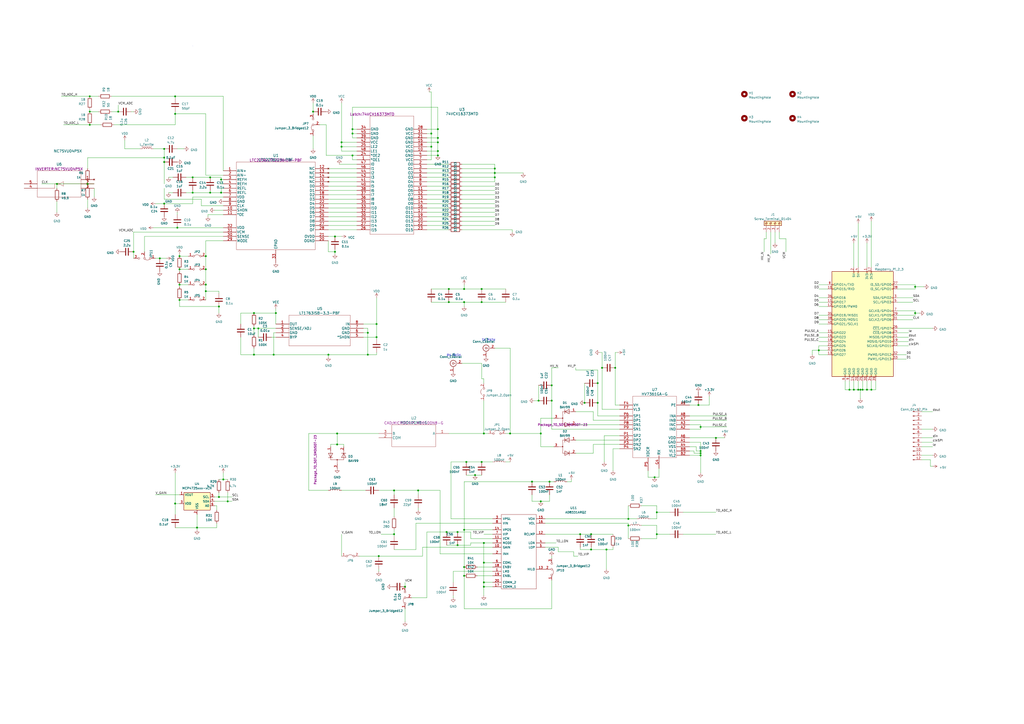
<source format=kicad_sch>
(kicad_sch (version 20230121) (generator eeschema)
  (paper "A2")
  (junction (at 280.67 326.39))
  (junction (at 228.6 309.88))
  (junction (at 147.32 190.5))
  (junction (at 254 90.17))
  (junction (at 119.38 168.91))
  (junction (at 104.14 148.59))
  (junction (at 111.76 111.76))
  (junction (at 95.25 91.44))
  (junction (at 312.42 232.41))
  (junction (at 149.86 190.5))
  (junction (at 313.69 251.46))
  (junction (at 213.36 205.74))
  (junction (at 219.71 322.58))
  (junction (at 320.04 223.52))
  (junction (at 129.54 278.13))
  (junction (at 342.9 309.88))
  (junction (at 356.87 213.36))
  (junction (at 279.4 167.64))
  (junction (at 52.07 72.39))
  (junction (at 279.4 175.26))
  (junction (at 530.86 166.37))
  (junction (at 406.4 262.89))
  (junction (at 194.31 137.16))
  (junction (at 349.25 213.36))
  (junction (at 104.14 173.99))
  (junction (at 254 87.63))
  (junction (at 406.4 264.16))
  (junction (at 181.61 64.77))
  (junction (at 308.61 279.4))
  (junction (at 405.13 234.95))
  (junction (at 92.71 149.86))
  (junction (at 254 82.55))
  (junction (at 234.95 340.36))
  (junction (at 95.25 93.98))
  (junction (at 95.25 86.36))
  (junction (at 52.07 64.77))
  (junction (at 364.49 300.99))
  (junction (at 198.12 82.55))
  (junction (at 280.67 251.46))
  (junction (at 228.6 284.48))
  (junction (at 121.92 102.87))
  (junction (at 213.36 193.04))
  (junction (at 346.71 233.68))
  (junction (at 121.92 111.76))
  (junction (at 111.76 102.87))
  (junction (at 320.04 232.41))
  (junction (at 269.24 334.01))
  (junction (at 530.86 181.61))
  (junction (at 218.44 195.58))
  (junction (at 198.12 85.09))
  (junction (at 50.8 106.68))
  (junction (at 250.19 85.09))
  (junction (at 260.35 167.64))
  (junction (at 104.14 156.21))
  (junction (at 95.25 118.11))
  (junction (at 364.49 304.8))
  (junction (at 280.67 340.36))
  (junction (at 406.4 247.65))
  (junction (at 194.31 146.05))
  (junction (at 160.02 181.61))
  (junction (at 497.84 226.06))
  (junction (at 265.43 316.23))
  (junction (at 119.38 156.21))
  (junction (at 147.32 181.61))
  (junction (at 379.73 276.86))
  (junction (at 127 177.8))
  (junction (at 342.9 318.77))
  (junction (at 406.4 261.62))
  (junction (at 147.32 205.74))
  (junction (at 119.38 165.1))
  (junction (at 260.35 175.26))
  (junction (at 204.47 74.93))
  (junction (at 101.6 292.1))
  (junction (at 500.38 226.06))
  (junction (at 287.02 102.87))
  (junction (at 218.44 187.96))
  (junction (at 505.46 226.06))
  (junction (at 204.47 90.17))
  (junction (at 195.58 251.46))
  (junction (at 495.3 226.06))
  (junction (at 313.69 290.83))
  (junction (at 132.08 290.83))
  (junction (at 270.51 267.97))
  (junction (at 269.24 328.93))
  (junction (at 254 80.01))
  (junction (at 242.57 284.48))
  (junction (at 269.24 167.64))
  (junction (at 280.67 337.82))
  (junction (at 265.43 308.61))
  (junction (at 127 288.29))
  (junction (at 158.75 205.74))
  (junction (at 204.47 77.47))
  (junction (at 77.47 146.05))
  (junction (at 279.4 267.97))
  (junction (at 295.91 251.46))
  (junction (at 33.02 106.68))
  (junction (at 68.58 64.77))
  (junction (at 269.24 307.34))
  (junction (at 415.29 254))
  (junction (at 190.5 205.74))
  (junction (at 339.09 233.68))
  (junction (at 346.71 222.25))
  (junction (at 499.11 226.06))
  (junction (at 492.76 226.06))
  (junction (at 102.87 132.08))
  (junction (at 275.59 275.59))
  (junction (at 318.77 279.4))
  (junction (at 101.6 66.04))
  (junction (at 287.02 100.33))
  (junction (at 502.92 226.06))
  (junction (at 101.6 55.88))
  (junction (at 114.3 306.07))
  (junction (at 269.24 175.26))
  (junction (at 128.27 104.14))
  (junction (at 259.08 308.61))
  (junction (at 280.67 314.96))
  (junction (at 128.27 111.76))
  (junction (at 250.19 77.47))
  (junction (at 336.55 309.88))
  (junction (at 195.58 257.81))
  (junction (at 104.14 165.1))
  (junction (at 381 309.88))
  (junction (at 52.07 55.88))
  (junction (at 287.02 97.79))
  (junction (at 474.98 203.2))
  (junction (at 381 297.18))
  (junction (at 119.38 148.59))
  (junction (at 254 74.93))
  (junction (at 351.79 318.77))
  (wire (pts (xy 530.86 181.61) (xy 530.86 182.88)))
  (wire (pts (xy 228.6 307.34) (xy 228.6 309.88)))
  (wire (pts (xy 219.71 322.58) (xy 208.28 322.58)))
  (wire (pts (xy 247.65 100.33) (xy 260.35 100.33)))
  (wire (pts (xy 260.35 175.26) (xy 269.24 175.26)))
  (wire (pts (xy 119.38 101.6) (xy 129.54 101.6)))
  (wire (pts (xy 90.17 118.11) (xy 95.25 118.11)))
  (wire (pts (xy 295.91 201.93) (xy 295.91 251.46)))
  (wire (pts (xy 295.91 251.46) (xy 313.69 251.46)))
  (wire (pts (xy 351.79 318.77) (xy 342.9 318.77)))
  (wire (pts (xy 280.67 251.46) (xy 283.21 251.46)))
  (wire (pts (xy 449.58 134.62) (xy 449.58 140.97)))
  (wire (pts (xy 534.67 259.08) (xy 541.02 259.08)))
  (wire (pts (xy 534.67 248.92) (xy 541.02 248.92)))
  (wire (pts (xy 520.7 200.66) (xy 527.05 200.66)))
  (wire (pts (xy 320.04 213.36) (xy 323.85 213.36)))
  (wire (pts (xy 213.36 190.5) (xy 213.36 193.04)))
  (wire (pts (xy 101.6 306.07) (xy 114.3 306.07)))
  (wire (pts (xy 132.08 290.83) (xy 134.62 290.83)))
  (wire (pts (xy 190.5 118.11) (xy 207.01 118.11)))
  (wire (pts (xy 452.12 134.62) (xy 452.12 138.43)))
  (wire (pts (xy 530.86 166.37) (xy 530.86 167.64)))
  (wire (pts (xy 474.98 193.04) (xy 480.06 193.04)))
  (wire (pts (xy 218.44 187.96) (xy 210.82 187.96)))
  (wire (pts (xy 111.76 111.76) (xy 121.92 111.76)))
  (wire (pts (xy 295.91 201.93) (xy 287.02 201.93)))
  (wire (pts (xy 270.51 267.97) (xy 261.62 267.97)))
  (wire (pts (xy 287.02 100.33) (xy 303.53 100.33)))
  (wire (pts (xy 50.8 115.57) (xy 50.8 120.65)))
  (wire (pts (xy 64.77 55.88) (xy 101.6 55.88)))
  (wire (pts (xy 480.06 185.42) (xy 474.98 185.42)))
  (wire (pts (xy 129.54 55.88) (xy 129.54 99.06)))
  (wire (pts (xy 101.6 55.88) (xy 129.54 55.88)))
  (wire (pts (xy 218.44 195.58) (xy 218.44 196.85)))
  (wire (pts (xy 247.65 105.41) (xy 260.35 105.41)))
  (wire (pts (xy 190.5 115.57) (xy 207.01 115.57)))
  (wire (pts (xy 128.27 106.68) (xy 128.27 104.14)))
  (wire (pts (xy 247.65 128.27) (xy 260.35 128.27)))
  (wire (pts (xy 119.38 66.04) (xy 119.38 101.6)))
  (wire (pts (xy 285.75 340.36) (xy 280.67 340.36)))
  (wire (pts (xy 320.04 213.36) (xy 320.04 223.52)))
  (wire (pts (xy 520.7 167.64) (xy 530.86 167.64)))
  (wire (pts (xy 261.62 267.97) (xy 261.62 300.99)))
  (wire (pts (xy 120.65 124.46) (xy 120.65 125.73)))
  (wire (pts (xy 279.4 167.64) (xy 293.37 167.64)))
  (wire (pts (xy 273.05 308.61) (xy 265.43 308.61)))
  (wire (pts (xy 280.67 232.41) (xy 280.67 251.46)))
  (wire (pts (xy 293.37 251.46) (xy 295.91 251.46)))
  (wire (pts (xy 139.7 181.61) (xy 139.7 187.96)))
  (wire (pts (xy 495.3 226.06) (xy 492.76 226.06)))
  (wire (pts (xy 285.75 334.01) (xy 276.86 334.01)))
  (wire (pts (xy 502.92 226.06) (xy 500.38 226.06)))
  (wire (pts (xy 474.98 182.88) (xy 480.06 182.88)))
  (wire (pts (xy 273.05 316.23) (xy 265.43 316.23)))
  (wire (pts (xy 218.44 205.74) (xy 213.36 205.74)))
  (wire (pts (xy 198.12 85.09) (xy 198.12 87.63)))
  (wire (pts (xy 331.47 279.4) (xy 331.47 278.13)))
  (wire (pts (xy 336.55 309.88) (xy 316.23 309.88)))
  (wire (pts (xy 129.54 104.14) (xy 128.27 104.14)))
  (wire (pts (xy 160.02 181.61) (xy 147.32 181.61)))
  (wire (pts (xy 190.5 105.41) (xy 207.01 105.41)))
  (wire (pts (xy 443.23 138.43) (xy 443.23 146.05)))
  (wire (pts (xy 33.02 116.84) (xy 33.02 123.19)))
  (wire (pts (xy 194.31 137.16) (xy 198.12 137.16)))
  (wire (pts (xy 328.93 279.4) (xy 331.47 279.4)))
  (wire (pts (xy 77.47 134.62) (xy 129.54 134.62)))
  (wire (pts (xy 119.38 148.59) (xy 119.38 139.7)))
  (wire (pts (xy 355.6 273.05) (xy 355.6 260.35)))
  (wire (pts (xy 54.61 109.22) (xy 54.61 114.3)))
  (wire (pts (xy 318.77 290.83) (xy 318.77 287.02)))
  (wire (pts (xy 218.44 187.96) (xy 218.44 195.58)))
  (wire (pts (xy 355.6 309.88) (xy 342.9 309.88)))
  (wire (pts (xy 415.29 297.18) (xy 396.24 297.18)))
  (wire (pts (xy 344.17 238.76) (xy 334.01 238.76)))
  (wire (pts (xy 406.4 247.65) (xy 406.4 248.92)))
  (wire (pts (xy 234.95 353.06) (xy 234.95 360.68)))
  (wire (pts (xy 279.4 275.59) (xy 275.59 275.59)))
  (wire (pts (xy 403.86 261.62) (xy 406.4 261.62)))
  (wire (pts (xy 520.7 185.42) (xy 529.59 185.42)))
  (wire (pts (xy 147.32 201.93) (xy 147.32 205.74)))
  (wire (pts (xy 139.7 195.58) (xy 139.7 205.74)))
  (wire (pts (xy 474.98 200.66) (xy 480.06 200.66)))
  (wire (pts (xy 72.39 86.36) (xy 81.28 86.36)))
  (wire (pts (xy 285.75 337.82) (xy 280.67 337.82)))
  (wire (pts (xy 158.75 205.74) (xy 190.5 205.74)))
  (wire (pts (xy 33.02 106.68) (xy 33.02 109.22)))
  (wire (pts (xy 111.76 114.3) (xy 111.76 118.11)))
  (wire (pts (xy 267.97 105.41) (xy 287.02 105.41)))
  (wire (pts (xy 114.3 306.07) (xy 114.3 307.34)))
  (wire (pts (xy 369.57 300.99) (xy 364.49 300.99)))
  (wire (pts (xy 101.6 64.77) (xy 101.6 66.04)))
  (wire (pts (xy 375.92 273.05) (xy 375.92 276.86)))
  (wire (pts (xy 190.5 113.03) (xy 207.01 113.03)))
  (wire (pts (xy 364.49 303.53) (xy 364.49 304.8)))
  (wire (pts (xy 72.39 81.28) (xy 72.39 86.36)))
  (wire (pts (xy 101.6 292.1) (xy 104.14 292.1)))
  (wire (pts (xy 474.98 198.12) (xy 480.06 198.12)))
  (wire (pts (xy 520.7 190.5) (xy 541.02 190.5)))
  (wire (pts (xy 505.46 128.27) (xy 505.46 154.94)))
  (wire (pts (xy 421.64 247.65) (xy 406.4 247.65)))
  (wire (pts (xy 198.12 82.55) (xy 198.12 85.09)))
  (wire (pts (xy 349.25 213.36) (xy 349.25 204.47)))
  (wire (pts (xy 359.41 243.84) (xy 344.17 243.84)))
  (wire (pts (xy 520.7 205.74) (xy 525.78 205.74)))
  (wire (pts (xy 279.4 219.71) (xy 280.67 219.71)))
  (wire (pts (xy 119.38 139.7) (xy 129.54 139.7)))
  (wire (pts (xy 267.97 130.81) (xy 287.02 130.81)))
  (wire (pts (xy 474.98 200.66) (xy 474.98 203.2)))
  (wire (pts (xy 260.35 167.64) (xy 269.24 167.64)))
  (wire (pts (xy 190.5 130.81) (xy 207.01 130.81)))
  (wire (pts (xy 349.25 213.36) (xy 349.25 237.49)))
  (wire (pts (xy 400.05 261.62) (xy 402.59 261.62)))
  (wire (pts (xy 285.75 307.34) (xy 269.24 307.34)))
  (wire (pts (xy 147.32 205.74) (xy 158.75 205.74)))
  (wire (pts (xy 265.43 316.23) (xy 259.08 316.23)))
  (wire (pts (xy 204.47 77.47) (xy 204.47 74.93)))
  (wire (pts (xy 219.71 251.46) (xy 195.58 251.46)))
  (wire (pts (xy 267.97 125.73) (xy 287.02 125.73)))
  (wire (pts (xy 190.5 102.87) (xy 207.01 102.87)))
  (wire (pts (xy 279.4 267.97) (xy 270.51 267.97)))
  (wire (pts (xy 190.5 128.27) (xy 207.01 128.27)))
  (wire (pts (xy 285.75 326.39) (xy 280.67 326.39)))
  (wire (pts (xy 198.12 59.69) (xy 198.12 82.55)))
  (wire (pts (xy 344.17 238.76) (xy 344.17 243.84)))
  (wire (pts (xy 68.58 60.96) (xy 68.58 64.77)))
  (wire (pts (xy 157.48 195.58) (xy 160.02 195.58)))
  (wire (pts (xy 332.74 322.58) (xy 332.74 320.04)))
  (wire (pts (xy 285.75 312.42) (xy 273.05 312.42)))
  (wire (pts (xy 492.76 220.98) (xy 492.76 226.06)))
  (wire (pts (xy 355.6 318.77) (xy 351.79 318.77)))
  (wire (pts (xy 198.12 82.55) (xy 207.01 82.55)))
  (wire (pts (xy 219.71 330.2) (xy 219.71 331.47)))
  (wire (pts (xy 33.02 106.68) (xy 50.8 106.68)))
  (wire (pts (xy 250.19 175.26) (xy 260.35 175.26)))
  (wire (pts (xy 275.59 275.59) (xy 270.51 275.59)))
  (wire (pts (xy 382.27 271.78) (xy 382.27 276.86)))
  (wire (pts (xy 198.12 87.63) (xy 207.01 87.63)))
  (wire (pts (xy 267.97 97.79) (xy 287.02 97.79)))
  (wire (pts (xy 285.75 328.93) (xy 276.86 328.93)))
  (wire (pts (xy 247.65 85.09) (xy 250.19 85.09)))
  (wire (pts (xy 267.97 113.03) (xy 287.02 113.03)))
  (wire (pts (xy 196.85 95.25) (xy 207.01 95.25)))
  (wire (pts (xy 364.49 293.37) (xy 364.49 300.99)))
  (wire (pts (xy 335.28 322.58) (xy 332.74 322.58)))
  (wire (pts (xy 269.24 175.26) (xy 269.24 177.8)))
  (wire (pts (xy 520.7 208.28) (xy 525.78 208.28)))
  (wire (pts (xy 262.89 331.47) (xy 262.89 337.82)))
  (wire (pts (xy 207.01 80.01) (xy 204.47 80.01)))
  (wire (pts (xy 499.11 226.06) (xy 499.11 231.14)))
  (wire (pts (xy 119.38 156.21) (xy 119.38 165.1)))
  (wire (pts (xy 190.5 123.19) (xy 207.01 123.19)))
  (wire (pts (xy 36.83 72.39) (xy 52.07 72.39)))
  (wire (pts (xy 250.19 92.71) (xy 250.19 85.09)))
  (wire (pts (xy 297.18 133.35) (xy 297.18 134.62)))
  (wire (pts (xy 508 226.06) (xy 505.46 226.06)))
  (wire (pts (xy 101.6 55.88) (xy 101.6 57.15)))
  (wire (pts (xy 160.02 190.5) (xy 149.86 190.5)))
  (wire (pts (xy 400.05 246.38) (xy 406.4 246.38)))
  (wire (pts (xy 190.5 205.74) (xy 190.5 207.01)))
  (wire (pts (xy 190.5 97.79) (xy 207.01 97.79)))
  (wire (pts (xy 351.79 318.77) (xy 351.79 330.2)))
  (wire (pts (xy 381 309.88) (xy 381 312.42)))
  (wire (pts (xy 402.59 262.89) (xy 406.4 262.89)))
  (wire (pts (xy 241.3 303.53) (xy 285.75 303.53)))
  (wire (pts (xy 204.47 74.93) (xy 207.01 74.93)))
  (wire (pts (xy 129.54 106.68) (xy 128.27 106.68)))
  (wire (pts (xy 190.5 284.48) (xy 179.07 284.48)))
  (wire (pts (xy 471.17 205.74) (xy 471.17 203.2)))
  (wire (pts (xy 127 278.13) (xy 129.54 278.13)))
  (wire (pts (xy 127 177.8) (xy 127 181.61)))
  (wire (pts (xy 280.67 326.39) (xy 280.67 337.82)))
  (wire (pts (xy 190.5 125.73) (xy 207.01 125.73)))
  (wire (pts (xy 520.7 198.12) (xy 527.05 198.12)))
  (wire (pts (xy 204.47 80.01) (xy 204.47 77.47)))
  (wire (pts (xy 539.75 266.7) (xy 534.67 266.7)))
  (wire (pts (xy 247.65 130.81) (xy 260.35 130.81)))
  (wire (pts (xy 267.97 123.19) (xy 287.02 123.19)))
  (wire (pts (xy 320.04 232.41) (xy 320.04 248.92)))
  (wire (pts (xy 323.85 320.04) (xy 323.85 317.5)))
  (wire (pts (xy 356.87 204.47) (xy 358.14 204.47)))
  (wire (pts (xy 190.5 120.65) (xy 207.01 120.65)))
  (wire (pts (xy 50.8 91.44) (xy 95.25 91.44)))
  (wire (pts (xy 471.17 203.2) (xy 474.98 203.2)))
  (wire (pts (xy 497.84 220.98) (xy 497.84 226.06)))
  (wire (pts (xy 212.09 284.48) (xy 198.12 284.48)))
  (wire (pts (xy 505.46 220.98) (xy 505.46 226.06)))
  (wire (pts (xy 342.9 309.88) (xy 336.55 309.88)))
  (wire (pts (xy 90.17 287.02) (xy 104.14 287.02)))
  (wire (pts (xy 77.47 134.62) (xy 77.47 146.05)))
  (wire (pts (xy 95.25 91.44) (xy 95.25 93.98)))
  (wire (pts (xy 443.23 138.43) (xy 444.5 138.43)))
  (wire (pts (xy 245.11 322.58) (xy 219.71 322.58)))
  (wire (pts (xy 269.24 307.34) (xy 269.24 328.93)))
  (wire (pts (xy 198.12 85.09) (xy 207.01 85.09)))
  (wire (pts (xy 495.3 220.98) (xy 495.3 226.06)))
  (wire (pts (xy 189.23 90.17) (xy 204.47 90.17)))
  (wire (pts (xy 104.14 148.59) (xy 109.22 148.59)))
  (wire (pts (xy 447.04 134.62) (xy 447.04 147.32)))
  (wire (pts (xy 247.65 115.57) (xy 260.35 115.57)))
  (wire (pts (xy 495.3 140.97) (xy 495.3 154.94)))
  (wire (pts (xy 128.27 109.22) (xy 129.54 109.22)))
  (wire (pts (xy 129.54 274.32) (xy 129.54 278.13)))
  (wire (pts (xy 127 168.91) (xy 127 170.18)))
  (wire (pts (xy 195.58 251.46) (xy 179.07 251.46)))
  (wire (pts (xy 444.5 134.62) (xy 444.5 138.43)))
  (wire (pts (xy 101.6 72.39) (xy 101.6 66.04)))
  (wire (pts (xy 308.61 290.83) (xy 313.69 290.83)))
  (wire (pts (xy 158.75 205.74) (xy 158.75 193.04)))
  (wire (pts (xy 260.35 251.46) (xy 280.67 251.46)))
  (wire (pts (xy 104.14 173.99) (xy 104.14 177.8)))
  (wire (pts (xy 262.89 345.44) (xy 262.89 346.71)))
  (wire (pts (xy 313.69 259.08) (xy 321.31 259.08)))
  (wire (pts (xy 147.32 181.61) (xy 139.7 181.61)))
  (wire (pts (xy 241.3 318.77) (xy 241.3 303.53)))
  (wire (pts (xy 210.82 190.5) (xy 213.36 190.5)))
  (wire (pts (xy 124.46 293.37) (xy 125.73 293.37)))
  (wire (pts (xy 160.02 181.61) (xy 160.02 187.96)))
  (wire (pts (xy 210.82 195.58) (xy 218.44 195.58)))
  (wire (pts (xy 160.02 179.07) (xy 160.02 181.61)))
  (wire (pts (xy 269.24 353.06) (xy 320.04 353.06)))
  (wire (pts (xy 116.84 119.38) (xy 129.54 119.38)))
  (wire (pts (xy 359.41 241.3) (xy 346.71 241.3)))
  (wire (pts (xy 190.5 146.05) (xy 194.31 146.05)))
  (wire (pts (xy 129.54 114.3) (xy 111.76 114.3)))
  (wire (pts (xy 285.75 317.5) (xy 245.11 317.5)))
  (wire (pts (xy 139.7 205.74) (xy 147.32 205.74)))
  (wire (pts (xy 308.61 279.4) (xy 318.77 279.4)))
  (wire (pts (xy 534.67 254) (xy 541.02 254)))
  (wire (pts (xy 125.73 293.37) (xy 125.73 295.91)))
  (wire (pts (xy 346.71 214.63) (xy 346.71 222.25)))
  (wire (pts (xy 64.77 64.77) (xy 68.58 64.77)))
  (wire (pts (xy 119.38 165.1) (xy 119.38 168.91)))
  (wire (pts (xy 356.87 234.95) (xy 359.41 234.95)))
  (wire (pts (xy 254 80.01) (xy 247.65 80.01)))
  (wire (pts (xy 104.14 173.99) (xy 109.22 173.99)))
  (wire (pts (xy 254 80.01) (xy 254 82.55)))
  (wire (pts (xy 181.61 78.74) (xy 181.61 86.36)))
  (wire (pts (xy 101.6 66.04) (xy 119.38 66.04)))
  (wire (pts (xy 255.27 284.48) (xy 255.27 321.31)))
  (wire (pts (xy 356.87 213.36) (xy 356.87 234.95)))
  (wire (pts (xy 480.06 165.1) (xy 474.98 165.1)))
  (wire (pts (xy 199.39 257.81) (xy 199.39 259.08)))
  (wire (pts (xy 269.24 279.4) (xy 269.24 307.34)))
  (wire (pts (xy 334.01 262.89) (xy 344.17 262.89)))
  (wire (pts (xy 102.87 123.19) (xy 102.87 124.46)))
  (wire (pts (xy 490.22 226.06) (xy 490.22 220.98)))
  (wire (pts (xy 127 285.75) (xy 127 288.29)))
  (wire (pts (xy 287.02 100.33) (xy 287.02 102.87)))
  (wire (pts (xy 124.46 290.83) (xy 132.08 290.83)))
  (wire (pts (xy 191.77 257.81) (xy 195.58 257.81)))
  (wire (pts (xy 238.76 346.71) (xy 247.65 346.71)))
  (wire (pts (xy 247.65 110.49) (xy 260.35 110.49)))
  (wire (pts (xy 287.02 102.87) (xy 287.02 105.41)))
  (wire (pts (xy 279.4 175.26) (xy 293.37 175.26)))
  (wire (pts (xy 254 87.63) (xy 247.65 87.63)))
  (wire (pts (xy 114.3 298.45) (xy 114.3 306.07)))
  (wire (pts (xy 530.86 182.88) (xy 520.7 182.88)))
  (wire (pts (xy 313.69 251.46) (xy 313.69 259.08)))
  (wire (pts (xy 334.01 246.38) (xy 359.41 246.38)))
  (wire (pts (xy 121.92 110.49) (xy 121.92 111.76)))
  (wire (pts (xy 400.05 264.16) (xy 406.4 264.16)))
  (wire (pts (xy 77.47 64.77) (xy 76.2 64.77)))
  (wire (pts (xy 149.86 190.5) (xy 149.86 195.58)))
  (wire (pts (xy 128.27 109.22) (xy 128.27 111.76)))
  (wire (pts (xy 104.14 177.8) (xy 127 177.8)))
  (wire (pts (xy 267.97 107.95) (xy 287.02 107.95)))
  (wire (pts (xy 285.75 309.88) (xy 280.67 309.88)))
  (wire (pts (xy 77.47 146.05) (xy 77.47 149.86)))
  (wire (pts (xy 95.25 86.36) (xy 95.25 91.44)))
  (wire (pts (xy 121.92 102.87) (xy 111.76 102.87)))
  (wire (pts (xy 190.5 133.35) (xy 207.01 133.35)))
  (wire (pts (xy 119.38 148.59) (xy 119.38 156.21)))
  (wire (pts (xy 254 82.55) (xy 247.65 82.55)))
  (wire (pts (xy 406.4 256.54) (xy 406.4 261.62)))
  (wire (pts (xy 204.47 74.93) (xy 204.47 62.23)))
  (wire (pts (xy 204.47 90.17) (xy 207.01 90.17)))
  (wire (pts (xy 500.38 226.06) (xy 499.11 226.06)))
  (wire (pts (xy 119.38 168.91) (xy 127 168.91)))
  (wire (pts (xy 218.44 204.47) (xy 218.44 205.74)))
  (wire (pts (xy 247.65 120.65) (xy 260.35 120.65)))
  (wire (pts (xy 364.49 304.8) (xy 364.49 312.42)))
  (wire (pts (xy 147.32 189.23) (xy 147.32 190.5)))
  (wire (pts (xy 247.65 107.95) (xy 260.35 107.95)))
  (wire (pts (xy 421.64 241.3) (xy 400.05 241.3)))
  (wire (pts (xy 102.87 132.08) (xy 129.54 132.08)))
  (wire (pts (xy 95.25 109.22) (xy 95.25 115.57)))
  (wire (pts (xy 313.69 242.57) (xy 313.69 251.46)))
  (wire (pts (xy 406.4 261.62) (xy 406.4 262.89)))
  (wire (pts (xy 50.8 105.41) (xy 50.8 106.68)))
  (wire (pts (xy 250.19 77.47) (xy 250.19 85.09)))
  (wire (pts (xy 334.01 213.36) (xy 334.01 214.63)))
  (wire (pts (xy 309.88 232.41) (xy 312.42 232.41)))
  (wire (pts (xy 474.98 195.58) (xy 480.06 195.58)))
  (wire (pts (xy 400.05 234.95) (xy 405.13 234.95)))
  (wire (pts (xy 355.6 317.5) (xy 355.6 318.77)))
  (wire (pts (xy 228.6 318.77) (xy 241.3 318.77)))
  (wire (pts (xy 50.8 106.68) (xy 50.8 107.95)))
  (wire (pts (xy 129.54 278.13) (xy 132.08 278.13)))
  (wire (pts (xy 346.71 222.25) (xy 346.71 233.68)))
  (wire (pts (xy 280.67 314.96) (xy 273.05 314.96)))
  (wire (pts (xy 280.67 314.96) (xy 280.67 326.39)))
  (wire (pts (xy 313.69 242.57) (xy 321.31 242.57)))
  (wire (pts (xy 530.86 181.61) (xy 533.4 181.61)))
  (wire (pts (xy 254 62.23) (xy 254 74.93)))
  (wire (pts (xy 247.65 102.87) (xy 260.35 102.87)))
  (wire (pts (xy 339.09 222.25) (xy 339.09 233.68)))
  (wire (pts (xy 480.06 167.64) (xy 474.98 167.64)))
  (wire (pts (xy 323.85 317.5) (xy 316.23 317.5)))
  (wire (pts (xy 129.54 121.92) (xy 124.46 121.92)))
  (wire (pts (xy 320.04 248.92) (xy 359.41 248.92)))
  (wire (pts (xy 342.9 317.5) (xy 342.9 318.77)))
  (wire (pts (xy 228.6 299.72) (xy 228.6 294.64)))
  (wire (pts (xy 406.4 248.92) (xy 400.05 248.92)))
  (wire (pts (xy 344.17 262.89) (xy 344.17 257.81)))
  (wire (pts (xy 381 300.99) (xy 377.19 300.99)))
  (wire (pts (xy 88.9 86.36) (xy 95.25 86.36)))
  (wire (pts (xy 66.04 72.39) (xy 101.6 72.39)))
  (wire (pts (xy 534.67 264.16) (xy 541.02 264.16)))
  (wire (pts (xy 480.06 172.72) (xy 474.98 172.72)))
  (wire (pts (xy 480.06 175.26) (xy 474.98 175.26)))
  (wire (pts (xy 349.25 237.49) (xy 359.41 237.49)))
  (wire (pts (xy 396.24 309.88) (xy 415.29 309.88)))
  (wire (pts (xy 520.7 193.04) (xy 527.05 193.04)))
  (wire (pts (xy 411.48 229.87) (xy 411.48 234.95)))
  (wire (pts (xy 101.6 274.32) (xy 101.6 292.1)))
  (wire (pts (xy 255.27 284.48) (xy 242.57 284.48)))
  (wire (pts (xy 259.08 308.61) (xy 247.65 308.61)))
  (wire (pts (xy 132.08 285.75) (xy 132.08 290.83)))
  (wire (pts (xy 308.61 287.02) (xy 308.61 290.83)))
  (wire (pts (xy 114.3 306.07) (xy 125.73 306.07)))
  (wire (pts (xy 50.8 97.79) (xy 50.8 91.44)))
  (wire (pts (xy 267.97 102.87) (xy 287.02 102.87)))
  (wire (pts (xy 279.4 210.82) (xy 279.4 219.71)))
  (wire (pts (xy 269.24 328.93) (xy 269.24 334.01)))
  (wire (pts (xy 204.47 77.47) (xy 207.01 77.47)))
  (wire (pts (xy 254 90.17) (xy 247.65 90.17)))
  (wire (pts (xy 128.27 104.14) (xy 128.27 102.87)))
  (wire (pts (xy 250.19 167.64) (xy 260.35 167.64)))
  (wire (pts (xy 342.9 318.77) (xy 336.55 318.77)))
  (wire (pts (xy 269.24 175.26) (xy 279.4 175.26)))
  (wire (pts (xy 334.01 255.27) (xy 359.41 255.27)))
  (wire (pts (xy 265.43 308.61) (xy 259.08 308.61)))
  (wire (pts (xy 336.55 317.5) (xy 336.55 318.77)))
  (wire (pts (xy 194.31 144.78) (xy 194.31 146.05)))
  (wire (pts (xy 128.27 102.87) (xy 121.92 102.87)))
  (wire (pts (xy 83.82 137.16) (xy 83.82 146.05)))
  (wire (pts (xy 269.24 165.1) (xy 269.24 167.64)))
  (wire (pts (xy 102.87 86.36) (xy 106.68 86.36)))
  (wire (pts (xy 190.5 100.33) (xy 207.01 100.33)))
  (wire (pts (xy 179.07 251.46) (xy 179.07 284.48)))
  (wire (pts (xy 92.71 149.86) (xy 90.17 149.86)))
  (wire (pts (xy 285.75 331.47) (xy 262.89 331.47)))
  (wire (pts (xy 530.86 166.37) (xy 535.94 166.37)))
  (wire (pts (xy 120.65 124.46) (xy 129.54 124.46)))
  (wire (pts (xy 406.4 246.38) (xy 406.4 247.65)))
  (wire (pts (xy 247.65 95.25) (xy 260.35 95.25)))
  (wire (pts (xy 95.25 93.98) (xy 95.25 106.68)))
  (wire (pts (xy 228.6 309.88) (xy 220.98 309.88)))
  (wire (pts (xy 508 220.98) (xy 508 226.06)))
  (wire (pts (xy 350.52 267.97) (xy 350.52 252.73)))
  (wire (pts (xy 372.11 293.37) (xy 381 293.37)))
  (wire (pts (xy 158.75 193.04) (xy 160.02 193.04)))
  (wire (pts (xy 92.71 149.86) (xy 96.52 149.86)))
  (wire (pts (xy 502.92 140.97) (xy 502.92 154.94)))
  (wire (pts (xy 97.79 111.76) (xy 100.33 111.76)))
  (wire (pts (xy 181.61 59.69) (xy 181.61 64.77)))
  (wire (pts (xy 247.65 74.93) (xy 254 74.93)))
  (wire (pts (xy 204.47 62.23) (xy 254 62.23)))
  (wire (pts (xy 83.82 137.16) (xy 129.54 137.16)))
  (wire (pts (xy 474.98 203.2) (xy 480.06 203.2)))
  (wire (pts (xy 24.13 106.68) (xy 33.02 106.68)))
  (wire (pts (xy 269.24 167.64) (xy 279.4 167.64)))
  (wire (pts (xy 127 288.29) (xy 134.62 288.29)))
  (wire (pts (xy 505.46 226.06) (xy 502.92 226.06)))
  (wire (pts (xy 267.97 128.27) (xy 287.02 128.27)))
  (wire (pts (xy 247.65 92.71) (xy 250.19 92.71)))
  (wire (pts (xy 372.11 304.8) (xy 381 304.8)))
  (wire (pts (xy 104.14 156.21) (xy 109.22 156.21)))
  (wire (pts (xy 406.4 264.16) (xy 406.4 274.32)))
  (wire (pts (xy 474.98 205.74) (xy 480.06 205.74)))
  (wire (pts (xy 95.25 115.57) (xy 116.84 115.57)))
  (wire (pts (xy 350.52 252.73) (xy 359.41 252.73)))
  (wire (pts (xy 349.25 204.47) (xy 347.98 204.47)))
  (wire (pts (xy 228.6 284.48) (xy 228.6 287.02)))
  (wire (pts (xy 228.6 284.48) (xy 219.71 284.48)))
  (wire (pts (xy 320.04 322.58) (xy 320.04 323.85)))
  (wire (pts (xy 269.24 334.01) (xy 269.24 353.06)))
  (wire (pts (xy 204.47 92.71) (xy 207.01 92.71)))
  (wire (pts (xy 530.86 165.1) (xy 530.86 166.37)))
  (wire (pts (xy 267.97 120.65) (xy 287.02 120.65)))
  (wire (pts (xy 411.48 234.95) (xy 405.13 234.95)))
  (wire (pts (xy 250.19 53.34) (xy 250.19 77.47)))
  (wire (pts (xy 128.27 111.76) (xy 129.54 111.76)))
  (wire (pts (xy 198.12 309.88) (xy 198.12 322.58)))
  (wire (pts (xy 280.67 219.71) (xy 280.67 222.25)))
  (wire (pts (xy 204.47 90.17) (xy 204.47 92.71)))
  (wire (pts (xy 534.67 238.76) (xy 541.02 238.76)))
  (wire (pts (xy 415.29 254) (xy 400.05 254)))
  (wire (pts (xy 359.41 257.81) (xy 344.17 257.81)))
  (wire (pts (xy 35.56 55.88) (xy 52.07 55.88)))
  (wire (pts (xy 520.7 195.58) (xy 527.05 195.58)))
  (wire (pts (xy 452.12 138.43) (xy 455.93 138.43)))
  (wire (pts (xy 480.06 177.8) (xy 474.98 177.8)))
  (wire (pts (xy 218.44 172.72) (xy 218.44 187.96)))
  (wire (pts (xy 190.5 107.95) (xy 207.01 107.95)))
  (wire (pts (xy 313.69 290.83) (xy 318.77 290.83)))
  (wire (pts (xy 280.67 340.36) (xy 280.67 345.44)))
  (wire (pts (xy 421.64 243.84) (xy 400.05 243.84)))
  (wire (pts (xy 520.7 175.26) (xy 529.59 175.26)))
  (wire (pts (xy 285.75 300.99) (xy 261.62 300.99)))
  (wire (pts (xy 213.36 193.04) (xy 213.36 205.74)))
  (wire (pts (xy 267.97 118.11) (xy 287.02 118.11)))
  (wire (pts (xy 388.62 309.88) (xy 381 309.88)))
  (wire (pts (xy 242.57 295.91) (xy 242.57 294.64)))
  (wire (pts (xy 273.05 312.42) (xy 273.05 308.61)))
  (wire (pts (xy 189.23 90.17) (xy 189.23 72.39)))
  (wire (pts (xy 107.95 111.76) (xy 111.76 111.76)))
  (wire (pts (xy 50.8 106.68) (xy 54.61 106.68)))
  (wire (pts (xy 242.57 284.48) (xy 228.6 284.48)))
  (wire (pts (xy 195.58 257.81) (xy 199.39 257.81)))
  (wire (pts (xy 530.86 180.34) (xy 520.7 180.34)))
  (wire (pts (xy 320.04 223.52) (xy 320.04 232.41)))
  (wire (pts (xy 285.75 314.96) (xy 280.67 314.96)))
  (wire (pts (xy 534.67 256.54) (xy 541.02 256.54)))
  (wire (pts (xy 381 297.18) (xy 381 300.99)))
  (wire (pts (xy 381 312.42) (xy 372.11 312.42)))
  (wire (pts (xy 194.31 146.05) (xy 194.31 147.32)))
  (wire (pts (xy 181.61 64.77) (xy 181.61 66.04)))
  (wire (pts (xy 455.93 138.43) (xy 455.93 146.05)))
  (wire (pts (xy 247.65 113.03) (xy 260.35 113.03)))
  (wire (pts (xy 104.14 156.21) (xy 104.14 157.48)))
  (wire (pts (xy 101.6 292.1) (xy 101.6 298.45)))
  (wire (pts (xy 190.5 137.16) (xy 194.31 137.16)))
  (wire (pts (xy 52.07 64.77) (xy 57.15 64.77)))
  (wire (pts (xy 111.76 110.49) (xy 111.76 111.76)))
  (wire (pts (xy 116.84 115.57) (xy 116.84 119.38)))
  (wire (pts (xy 539.75 270.51) (xy 539.75 266.7)))
  (wire (pts (xy 247.65 123.19) (xy 260.35 123.19)))
  (wire (pts (xy 322.58 314.96) (xy 316.23 314.96)))
  (wire (pts (xy 267.97 210.82) (xy 279.4 210.82)))
  (wire (pts (xy 185.42 72.39) (xy 189.23 72.39)))
  (wire (pts (xy 88.9 132.08) (xy 102.87 132.08)))
  (wire (pts (xy 250.19 53.34) (xy 248.92 53.34)))
  (wire (pts (xy 254 87.63) (xy 254 90.17)))
  (wire (pts (xy 497.84 226.06) (xy 495.3 226.06)))
  (wire (pts (xy 254 82.55) (xy 254 87.63)))
  (wire (pts (xy 320.04 353.06) (xy 320.04 336.55)))
  (wire (pts (xy 245.11 317.5) (xy 245.11 322.58)))
  (wire (pts (xy 195.58 251.46) (xy 195.58 257.81)))
  (wire (pts (xy 280.67 337.82) (xy 280.67 340.36)))
  (wire (pts (xy 247.65 125.73) (xy 260.35 125.73)))
  (wire (pts (xy 497.84 129.54) (xy 497.84 154.94)))
  (wire (pts (xy 356.87 213.36) (xy 356.87 204.47)))
  (wire (pts (xy 213.36 205.74) (xy 190.5 205.74)))
  (wire (pts (xy 191.77 259.08) (xy 191.77 257.81)))
  (wire (pts (xy 316.23 300.99) (xy 364.49 300.99)))
  (wire (pts (xy 190.5 139.7) (xy 190.5 146.05)))
  (wire (pts (xy 474.98 203.2) (xy 474.98 205.74)))
  (wire (pts (xy 406.4 262.89) (xy 406.4 264.16)))
  (wire (pts (xy 530.86 180.34) (xy 530.86 181.61)))
  (wire (pts (xy 375.92 276.86) (xy 379.73 276.86)))
  (wire (pts (xy 234.95 337.82) (xy 234.95 340.36)))
  (wire (pts (xy 267.97 95.25) (xy 287.02 95.25)))
  (wire (pts (xy 247.65 97.79) (xy 260.35 97.79)))
  (wire (pts (xy 403.86 261.62) (xy 403.86 259.08)))
  (wire (pts (xy 52.07 72.39) (xy 58.42 72.39)))
  (wire (pts (xy 334.01 214.63) (xy 346.71 214.63)))
  (wire (pts (xy 420.37 254) (xy 415.29 254)))
  (wire (pts (xy 149.86 190.5) (xy 147.32 190.5)))
  (wire (pts (xy 400.05 256.54) (xy 406.4 256.54)))
  (wire (pts (xy 190.5 110.49) (xy 207.01 110.49)))
  (wire (pts (xy 502.92 220.98) (xy 502.92 226.06)))
  (wire (pts (xy 346.71 233.68) (xy 346.71 241.3)))
  (wire (pts (xy 539.75 270.51) (xy 541.02 270.51)))
  (wire (pts (xy 287.02 95.25) (xy 287.02 97.79)))
  (wire (pts (xy 97.79 102.87) (xy 100.33 102.87)))
  (wire (pts (xy 355.6 260.35) (xy 359.41 260.35)))
  (wire (pts (xy 52.07 63.5) (xy 52.07 64.77)))
  (wire (pts (xy 295.91 267.97) (xy 293.37 267.97)))
  (wire (pts (xy 119.38 168.91) (xy 119.38 173.99)))
  (wire (pts (xy 403.86 259.08) (xy 400.05 259.08)))
  (wire (pts (xy 520.7 172.72) (xy 529.59 172.72)))
  (wire (pts (xy 125.73 303.53) (xy 125.73 306.07)))
  (wire (pts (xy 104.14 165.1) (xy 109.22 165.1)))
  (wire (pts (xy 382.27 276.86) (xy 379.73 276.86)))
  (wire (pts (xy 267.97 110.49) (xy 287.02 110.49)))
  (wire (pts (xy 273.05 314.96) (xy 273.05 316.23)))
  (wire (pts (xy 492.76 226.06) (xy 490.22 226.06)))
  (wire (pts (xy 52.07 55.88) (xy 57.15 55.88)))
  (wire (pts (xy 121.92 111.76) (xy 128.27 111.76)))
  (wire (pts (xy 228.6 309.88) (xy 228.6 311.15)))
  (wire (pts (xy 388.62 297.18) (xy 381 297.18)))
  (wire (pts (xy 520.7 165.1) (xy 530.86 165.1)))
  (wire (pts (xy 104.14 165.1) (xy 104.14 166.37)))
  (wire (pts (xy 285.75 267.97) (xy 279.4 267.97)))
  (wire (pts (xy 267.97 133.35) (xy 297.18 133.35)))
  (wire (pts (xy 247.65 308.61) (xy 247.65 346.71)))
  (wire (pts (xy 247.65 133.35) (xy 260.35 133.35)))
  (wire (pts (xy 402.59 261.62) (xy 402.59 262.89)))
  (wire (pts (xy 247.65 118.11) (xy 260.35 118.11)))
  (wire (pts (xy 242.57 284.48) (xy 242.57 287.02)))
  (wire (pts (xy 255.27 321.31) (xy 285.75 321.31)))
  (wire (pts (xy 104.14 147.32) (xy 104.14 148.59)))
  (wire (pts (xy 247.65 77.47) (xy 250.19 77.47)))
  (wire (pts (xy 124.46 288.29) (xy 127 288.29)))
  (wire (pts (xy 323.85 320.04) (xy 332.74 320.04)))
  (wire (pts (xy 213.36 193.04) (xy 210.82 193.04)))
  (wire (pts (xy 95.25 118.11) (xy 111.76 118.11)))
  (wire (pts (xy 500.38 220.98) (xy 500.38 226.06)))
  (wire (pts (xy 147.32 190.5) (xy 147.32 194.31)))
  (wire (pts (xy 308.61 279.4) (xy 269.24 279.4)))
  (wire (pts (xy 267.97 115.57) (xy 287.02 115.57)))
  (wire (pts (xy 381 304.8) (xy 381 309.88)))
  (wire (pts (xy 480.06 187.96) (xy 474.98 187.96)))
  (wire (pts (xy 287.02 97.79) (xy 287.02 100.33)))
  (wire (pts (xy 107.95 102.87) (xy 111.76 102.87)))
  (wire (pts (xy 381 293.37) (xy 381 297.18)))
  (wire (pts (xy 312.42 223.52) (xy 312.42 232.41)))
  (wire (pts (xy 316.23 303.53) (xy 364.49 303.53)))
  (wire (pts (xy 318.77 279.4) (xy 321.31 279.4)))
  (wire (pts (xy 254 74.93) (xy 254 80.01)))
  (wire (pts (xy 499.11 226.06) (xy 497.84 226.06)))
  (wire (pts (xy 267.97 100.33) (xy 287.02 100.33)))
  (rectangle (start 111.76 26.67) (end 111.76 26.67))
  (text "TX PATH\n" (at 279.4 198.12 0) (effects (font (size 1.27 1.27)) (justify left bottom)))
  (text "RX PATH\n" (at 259.08 207.01 0) (effects (font (size 1.27 1.27)) (justify left bottom)))
  (label "D8" (at 287.02 128.27 0))
  (label "VCM" (at 455.93 146.05 270))
  (label "VCM_ADC" (at 68.58 60.96 0))
  (label "D6" (at 287.02 123.19 0))
  (label "din" (at 527.05 198.12 0))
  (label "D6" (at 474.98 177.8 180))
  (label "VCM" (at 234.95 337.82 0))
  (label "D0" (at 525.78 205.74 0))
  (label "HV_N" (at 443.23 146.05 270))
  (label "dout" (at 527.05 195.58 0))
  (label "D5" (at 474.98 175.26 180))
  (label "D2" (at 287.02 113.03 0))
  (label "clkSPI" (at 541.02 256.54 0))
  (label "D1" (at 525.78 208.28 0))
  (label "HV_P" (at 447.04 147.32 270))
  (label "PULSE_C" (at 474.98 198.12 180))
  (label "D9" (at 287.02 130.81 0))
  (label "V_GAIN" (at 90.17 287.02 0))
  (label "D3" (at 287.02 115.57 0))
  (label "SCL" (at 529.59 175.26 0))
  (label "TO_LON" (at 322.58 314.96 0))
  (label "HV_N" (at 323.85 213.36 180))
  (label "CLK" (at 24.13 106.68 0))
  (label "D7" (at 474.98 182.88 180))
  (label "D1" (at 287.02 110.49 0))
  (label "D2" (at 474.98 165.1 180))
  (label "TO_ADC_H" (at 35.56 55.88 0))
  (label "PULSE_A" (at 421.64 241.3 180))
  (label "TO_ADC_L" (at 415.29 309.88 0))
  (label "le" (at 527.05 193.04 0))
  (label "TO_LON" (at 220.98 309.88 180))
  (label "CLK" (at 529.59 185.42 0))
  (label "D9" (at 474.98 187.96 180))
  (label "HV_P" (at 334.01 213.36 180))
  (label "D4" (at 287.02 118.11 0))
  (label "D7" (at 287.02 125.73 0))
  (label "PULSE_C" (at 421.64 247.65 180))
  (label "D8" (at 474.98 185.42 180))
  (label "TO_ADC_L" (at 36.83 72.39 0))
  (label "TO_ADC_H" (at 415.29 297.18 0))
  (label "D0" (at 287.02 107.95 0))
  (label "PULSE_A" (at 474.98 193.04 180))
  (label "le" (at 541.02 259.08 0))
  (label "V_GAIN" (at 198.12 309.88 0))
  (label "TO_VIP" (at 280.67 309.88 180))
  (label "SCL" (at 134.62 288.29 0))
  (label "SDA" (at 134.62 290.83 0))
  (label "PULSE_B" (at 474.98 195.58 180))
  (label "D5" (at 287.02 120.65 0))
  (label "D3" (at 474.98 167.64 180))
  (label "clkSPI" (at 527.05 200.66 0))
  (label "D4" (at 474.98 172.72 180))
  (label "dout" (at 541.02 238.76 0))
  (label "SDA" (at 529.59 172.72 0))
  (label "VCM_ADC" (at 77.47 134.62 180))
  (label "PULSE_B" (at 421.64 243.84 180))
  (label "TO_VIP" (at 335.28 322.58 0))
  (label "din" (at 541.02 254 0))
  (symbol (lib_id "power:GND") (at 347.98 204.47 270) (mirror x) (unit 1)
    (property "Reference" "#PWR071" (effects hide))
    (property "Value" "GND" (at 342.9 204.47 0))
  )
  (symbol (lib_id "Jumper:Jumper_2_Bridged") (at 114.3 148.59 0) (unit 1)
    (property "Reference" "JP2" (at 114.3 146.05 0))
    (property "Value" "Jumper_2_Bridged" (effects hide))
    (property "Footprint" "Connector_PinHeader_2.00mm:PinHeader_2x01_P2.00mm_Vertical" (effects hide))
  )
  (symbol (lib_id "Device:C") (at 259.08 312.42 0) (mirror y) (unit 1)
    (property "Reference" "C58" (at 255.27 311.785 0) (effects (justify left)))
    (property "Value" "100nF" (at 255.27 314.325 0) (effects (justify left)))
    (property "Footprint" "Capacitor_SMD:C_0603_1608Metric" (effects hide))
  )
  (symbol (lib_id "Device:R") (at 264.16 130.81 90) (unit 1)
    (property "Reference" "R25" (at 260.35 129.54 90) (effects (justify left)))
    (property "Value" "33" (at 264.16 132.08 0) (effects (justify left)))
    (property "Footprint" "Resistor_SMD:R_0603_1608Metric" (effects hide))
  )
  (symbol (lib_id "Jumper:Jumper_3_Bridged12") (at 234.95 346.71 90) (unit 1)
    (property "Reference" "JP8" (at 240.03 350.52 90) (effects (justify left)))
    (property "Value" "Jumper_3_Bridged12" (at 233.68 354.33 90) (effects (justify left)))
    (property "Footprint" "Connector_PinHeader_2.00mm:PinHeader_1x03_P2.00mm_Vertical" (effects hide))
  )
  (symbol (lib_id "power:GND") (at 194.31 147.32 0) (unit 1)
    (property "Reference" "#PWR016" (effects hide))
    (property "Value" "GND" (at 194.31 152.4 0))
  )
  (symbol (lib_id "Diode:BAV99") (at 326.39 259.08 0) (unit 1)
    (property "Reference" "D2" (at 327.66 250.19 0))
    (property "Value" "BAV99" (at 327.66 252.73 0))
    (property "Footprint" "Package_TO_SOT_SMD:SOT-23" (at 326.39 246.38 0))
    (property "Datasheet" "https://assets.nexperia.com/documents/data-sheet/BAV99_SER.pdf" (effects hide))
  )
  (symbol (lib_id "Device:C") (at 336.55 313.69 0) (unit 1)
    (property "Reference" "C50" (at 339.09 311.15 0) (effects (justify left)))
    (property "Value" "1nF" (at 337.82 316.23 0) (effects (justify left)))
    (property "Footprint" "Capacitor_SMD:C_0603_1608Metric" (effects hide))
  )
  (symbol (lib_id "Device:C") (at 342.9 233.68 270) (mirror x) (unit 1)
    (property "Reference" "C48" (at 343.535 229.87 0) (effects (justify left)))
    (property "Value" "100nF" (at 340.995 229.87 0) (effects (justify left)))
    (property "Footprint" "Capacitor_SMD:C_0603_1608Metric" (effects hide))
  )
  (symbol (lib_id "Device:R") (at 50.8 111.76 0) (unit 1)
    (property "Reference" "R7" (at 46.99 110.49 0) (effects (justify left)))
    (property "Value" "1k" (at 46.99 113.03 0) (effects (justify left)))
    (property "Footprint" "Resistor_SMD:R_0603_1608Metric" (effects hide))
  )
  (symbol (lib_id "power:VDD") (at 72.39 81.28 0) (unit 1)
    (property "Reference" "#PWR020" (effects hide))
    (property "Value" "VDD" (at 72.39 77.47 0))
  )
  (symbol (lib_id "Device:R") (at 264.16 133.35 90) (unit 1)
    (property "Reference" "R26" (at 260.35 132.08 90) (effects (justify left)))
    (property "Value" "33" (at 264.16 134.62 0) (effects (justify left)))
    (property "Footprint" "Resistor_SMD:R_0603_1608Metric" (effects hide))
  )
  (symbol (lib_id "power:GND") (at 114.3 307.34 0) (unit 1)
    (property "Reference" "#PWR033" (effects hide))
    (property "Value" "GND" (at 114.3 312.42 0))
  )
  (symbol (lib_id "Device:C") (at 104.14 102.87 270) (unit 1)
    (property "Reference" "C15" (at 104.14 96.52 90))
    (property "Value" "1uF" (at 104.14 99.06 90))
    (property "Footprint" "Capacitor_SMD:C_0603_1608Metric" (effects hide))
  )
  (symbol (lib_id "Device:R") (at 127 281.94 0) (mirror y) (unit 1)
    (property "Reference" "R29" (at 125.73 279.4 0) (effects (justify left)))
    (property "Value" "4.7K" (at 124.46 281.94 0) (effects (justify left)))
    (property "Footprint" "Resistor_SMD:R_0603_1608Metric" (effects hide))
  )
  (symbol (lib_name "Conn_Coaxial_1") (lib_id "Connector:Conn_Coaxial") (at 262.89 210.82 0) (mirror y) (unit 1)
    (property "Reference" "J5" (at 264.16 205.74 0) (effects (justify left)))
    (property "Value" "Conn_Coaxial" (at 267.97 207.01 0) (effects (justify left)))
    (property "Footprint" "SMA:RS_526-5785" (effects hide))
    (property "Datasheet" " ~" (effects hide))
  )
  (symbol (lib_id "Device:R") (at 33.02 113.03 0) (unit 1)
    (property "Reference" "R8" (at 35.56 112.395 0) (effects (justify left)))
    (property "Value" "49.9" (at 35.56 114.935 0) (effects (justify left)))
    (property "Footprint" "Resistor_SMD:R_0603_1608Metric" (effects hide))
  )
  (symbol (lib_id "power:GND") (at 351.79 330.2 0) (mirror y) (unit 1)
    (property "Reference" "#PWR070" (effects hide))
    (property "Value" "GND" (at 351.79 335.28 0))
  )
  (symbol (lib_id "Device:R") (at 273.05 328.93 270) (mirror x) (unit 1)
    (property "Reference" "R41" (at 273.05 323.85 90))
    (property "Value" "10K" (at 273.05 326.39 90))
    (property "Footprint" "Resistor_SMD:R_0603_1608Metric" (effects hide))
  )
  (symbol (lib_id "power:GND") (at 160.02 152.4 0) (unit 1)
    (property "Reference" "#PWR017" (effects hide))
    (property "Value" "GND" (at 160.02 157.48 0))
  )
  (symbol (lib_id "power:GND") (at 195.58 271.78 0) (unit 1)
    (property "Reference" "#PWR037" (effects hide))
    (property "Value" "GND" (at 195.58 276.86 0))
  )
  (symbol (lib_id "power:GND") (at 127 181.61 0) (unit 1)
    (property "Reference" "#PWR011" (effects hide))
    (property "Value" "GND" (at 127 186.69 0))
  )
  (symbol (lib_id "power:GND") (at 254 90.17 0) (unit 1)
    (property "Reference" "#PWR01" (effects hide))
    (property "Value" "GND" (at 254 95.25 0))
  )
  (symbol (lib_id "Jumper:Jumper_2_Open") (at 114.3 173.99 0) (unit 1)
    (property "Reference" "JP5" (at 114.3 171.45 0))
    (property "Value" "Jumper_2_Open" (effects hide))
    (property "Footprint" "Connector_PinHeader_2.00mm:PinHeader_2x01_P2.00mm_Vertical" (effects hide))
  )
  (symbol (lib_id "power:GND") (at 106.68 86.36 90) (unit 1)
    (property "Reference" "#PWR021" (effects hide))
    (property "Value" "GND" (at 110.49 86.995 90) (effects (justify right)))
  )
  (symbol (lib_id "power:GND") (at 129.54 116.84 270) (unit 1)
    (property "Reference" "#PWR019" (effects hide))
    (property "Value" "GND" (at 125.73 117.475 90) (effects (justify right)))
  )
  (symbol (lib_id "power:GND") (at 124.46 121.92 270) (unit 1)
    (property "Reference" "#PWR042" (effects hide))
    (property "Value" "GND" (at 120.65 122.555 90) (effects (justify right)))
  )
  (symbol (lib_id "Device:C") (at 392.43 297.18 270) (unit 1)
    (property "Reference" "C45" (at 392.43 290.83 90))
    (property "Value" "100nF" (at 392.43 293.37 90))
    (property "Footprint" "Capacitor_SMD:C_0603_1608Metric" (effects hide))
  )
  (symbol (lib_id "Device:C") (at 242.57 290.83 0) (mirror y) (unit 1)
    (property "Reference" "C59" (at 238.76 290.195 0) (effects (justify left)))
    (property "Value" "22pF" (at 238.76 292.735 0) (effects (justify left)))
    (property "Footprint" "Capacitor_SMD:C_0603_1608Metric" (effects hide))
  )
  (symbol (lib_id "Mechanical:MountingHole") (at 431.8 54.61 0) (unit 1)
    (property "Reference" "H1" (at 434.34 53.975 0) (effects (justify left)))
    (property "Value" "MountingHole" (at 434.34 56.515 0) (effects (justify left)))
    (property "Footprint" "MountingHole:MountingHole_3.5mm" (effects hide))
  )
  (symbol (lib_id "Device:R") (at 264.16 120.65 90) (unit 1)
    (property "Reference" "R21" (at 260.35 119.38 90) (effects (justify left)))
    (property "Value" "33" (at 264.16 121.92 0) (effects (justify left)))
    (property "Footprint" "Resistor_SMD:R_0603_1608Metric" (effects hide))
  )
  (symbol (lib_id "Connector:Raspberry_Pi_2_3") (at 500.38 187.96 0) (unit 1)
    (property "Reference" "J2" (at 507.4159 153.67 0) (effects (justify left)))
    (property "Value" "Raspberry_Pi_2_3" (at 507.4159 156.21 0) (effects (justify left)))
    (property "Footprint" "Connector_PinSocket_2.54mm:PinSocket_2x20_P2.54mm_Vertical" (effects hide))
    (property "Datasheet" "https://www.raspberrypi.org/documentation/hardware/raspberrypi/schematics/rpi_SCH_3bplus_1p0_reduced.pdf" (effects hide))
  )
  (symbol (lib_id "Device:R") (at 264.16 110.49 90) (unit 1)
    (property "Reference" "R17" (at 260.35 109.22 90) (effects (justify left)))
    (property "Value" "33" (at 264.16 111.76 0) (effects (justify left)))
    (property "Footprint" "Resistor_SMD:R_0603_1608Metric" (effects hide))
  )
  (symbol (lib_id "2023-02-23_13-50-15:NC7SVU04P5X") (at 54.61 104.14 0) (mirror y) (unit 1)
    (property "Reference" "U6" (at 34.29 95.25 0) (effects (font (size 1.524 1.524))))
    (property "Value" "NC7SVU04P5X" (at 39.37 87.63 0) (effects (font (size 1.524 1.524))))
    (property "Footprint" "INVERTER:NC7SVU04P5X" (at 34.29 98.044 0) (effects (font (size 1.524 1.524))))
  )
  (symbol (lib_id "Device:C") (at 265.43 312.42 0) (mirror y) (unit 1)
    (property "Reference" "C56" (at 262.89 309.88 0) (effects (justify left)))
    (property "Value" "1nF" (at 264.16 314.96 0) (effects (justify left)))
    (property "Footprint" "Capacitor_SMD:C_0603_1608Metric" (effects hide))
  )
  (symbol (lib_id "Device:R") (at 228.6 303.53 0) (mirror y) (unit 1)
    (property "Reference" "R43" (at 226.06 302.895 0) (effects (justify left)))
    (property "Value" "280" (at 226.06 305.435 0) (effects (justify left)))
    (property "Footprint" "Resistor_SMD:R_0603_1608Metric" (effects hide))
  )
  (symbol (lib_id "power:GND") (at 415.29 261.62 0) (mirror y) (unit 1)
    (property "Reference" "#PWR051" (effects hide))
    (property "Value" "GND" (at 415.29 266.7 0))
  )
  (symbol (lib_id "Device:R") (at 50.8 101.6 0) (unit 1)
    (property "Reference" "R6" (at 45.72 100.33 0) (effects (justify left)))
    (property "Value" "1k" (at 44.45 102.87 0) (effects (justify left)))
    (property "Footprint" "Resistor_SMD:R_0603_1608Metric" (effects hide))
  )
  (symbol (lib_id "Device:C") (at 185.42 64.77 90) (unit 1)
    (property "Reference" "C19" (at 185.42 58.42 90))
    (property "Value" "0.1u" (at 185.42 60.96 90))
    (property "Footprint" "Capacitor_SMD:C_0603_1608Metric" (effects hide))
  )
  (symbol (lib_id "Jumper:Jumper_3_Bridged12") (at 181.61 72.39 90) (unit 1)
    (property "Reference" "JP7" (at 179.07 71.755 90) (effects (justify left)))
    (property "Value" "Jumper_3_Bridged12" (at 179.07 74.295 90) (effects (justify left)))
    (property "Footprint" "Connector_PinHeader_2.00mm:PinHeader_1x03_P2.00mm_Vertical" (effects hide))
  )
  (symbol (lib_id "Device:C") (at 342.9 222.25 270) (mirror x) (unit 1)
    (property "Reference" "C23" (at 343.535 218.44 0) (effects (justify left)))
    (property "Value" "1uF" (at 340.995 218.44 0) (effects (justify left)))
    (property "Footprint" "Capacitor_SMD:C_0805_2012Metric" (effects hide))
  )
  (symbol (lib_id "Device:C") (at 218.44 200.66 0) (unit 1)
    (property "Reference" "C2" (at 222.25 200.025 0) (effects (justify left)))
    (property "Value" "1u" (at 222.25 202.565 0) (effects (justify left)))
    (property "Footprint" "Capacitor_SMD:C_0603_1608Metric" (effects hide))
  )
  (symbol (lib_id "Device:C") (at 316.23 232.41 270) (mirror x) (unit 1)
    (property "Reference" "C51" (at 316.865 228.6 0) (effects (justify left)))
    (property "Value" "100nF" (at 314.325 228.6 0) (effects (justify left)))
    (property "Footprint" "Capacitor_SMD:C_0603_1608Metric" (effects hide))
  )
  (symbol (lib_id "power:GND") (at 50.8 120.65 0) (unit 1)
    (property "Reference" "#PWR024" (effects hide))
    (property "Value" "GND" (at 50.8 125.73 0))
  )
  (symbol (lib_id "power:GND") (at 269.24 177.8 0) (unit 1)
    (property "Reference" "#PWR08" (effects hide))
    (property "Value" "GND" (at 269.24 182.88 0))
  )
  (symbol (lib_id "Device:R") (at 147.32 198.12 0) (unit 1)
    (property "Reference" "R1" (at 149.86 197.485 0) (effects (justify left)))
    (property "Value" "100K" (at 149.86 200.025 0) (effects (justify left)))
    (property "Footprint" "Resistor_SMD:R_0603_1608Metric" (effects hide))
  )
  (symbol (lib_id "Device:R") (at 273.05 334.01 270) (mirror x) (unit 1)
    (property "Reference" "R42" (at 273.05 328.93 90))
    (property "Value" "10K" (at 273.05 331.47 90))
    (property "Footprint" "Resistor_SMD:R_0603_1608Metric" (effects hide))
  )
  (symbol (lib_id "Device:L") (at 289.56 267.97 270) (mirror x) (unit 1)
    (property "Reference" "L8" (at 289.56 264.16 90))
    (property "Value" "100nH" (at 289.56 266.7 90))
    (property "Footprint" "Inductor_SMD:L_0603_1608Metric" (effects hide))
  )
  (symbol (lib_id "power:GND") (at 313.69 290.83 0) (unit 1)
    (property "Reference" "#PWR076" (effects hide))
    (property "Value" "GND" (at 313.69 295.91 0))
  )
  (symbol (lib_id "power:GND") (at 281.94 207.01 0) (mirror y) (unit 1)
    (property "Reference" "#PWR081" (effects hide))
    (property "Value" "GND" (at 281.94 212.09 0))
  )
  (symbol (lib_id "power:+5V") (at 331.47 278.13 0) (unit 1)
    (property "Reference" "#PWR073" (effects hide))
    (property "Value" "+5V" (at 331.47 274.32 0))
  )
  (symbol (lib_id "power:GND") (at 280.67 345.44 0) (mirror y) (unit 1)
    (property "Reference" "#PWR078" (effects hide))
    (property "Value" "GND" (at 280.67 350.52 0))
  )
  (symbol (lib_id "Device:C") (at 194.31 140.97 0) (unit 1)
    (property "Reference" "C11" (at 198.12 140.335 0) (effects (justify left)))
    (property "Value" "0.1u" (at 198.12 142.875 0) (effects (justify left)))
    (property "Footprint" "Capacitor_SMD:C_0603_1608Metric" (effects hide))
  )
  (symbol (lib_id "Jumper:Jumper_2_Open") (at 114.3 156.21 0) (unit 1)
    (property "Reference" "JP3" (at 114.3 153.67 0))
    (property "Value" "Jumper_2_Open" (effects hide))
    (property "Footprint" "Connector_PinHeader_2.00mm:PinHeader_2x01_P2.00mm_Vertical" (effects hide))
  )
  (symbol (lib_id "power:GND") (at 350.52 267.97 0) (mirror y) (unit 1)
    (property "Reference" "#PWR074" (effects hide))
    (property "Value" "GND" (at 350.52 273.05 0))
  )
  (symbol (lib_id "Device:R") (at 368.3 312.42 270) (mirror x) (unit 1)
    (property "Reference" "R38" (at 369.57 317.5 0) (effects (justify left)))
    (property "Value" "100" (at 367.03 317.5 0) (effects (justify left)))
    (property "Footprint" "Resistor_SMD:R_0603_1608Metric" (effects hide))
  )
  (symbol (lib_id "power:VDD") (at 218.44 172.72 0) (unit 1)
    (property "Reference" "#PWR03" (effects hide))
    (property "Value" "VDD" (at 218.44 168.91 0))
  )
  (symbol (lib_id "Device:R") (at 52.07 59.69 180) (unit 1)
    (property "Reference" "R27" (at 49.53 60.325 0) (effects (justify left)))
    (property "Value" "18" (at 49.53 57.785 0) (effects (justify left)))
    (property "Footprint" "Resistor_SMD:R_0603_1608Metric" (effects hide))
  )
  (symbol (lib_id "Device:C") (at 95.25 121.92 180) (unit 1)
    (property "Reference" "C24" (at 91.44 122.555 0) (effects (justify left)))
    (property "Value" "0.1u" (at 91.44 120.015 0) (effects (justify left)))
    (property "Footprint" "Capacitor_SMD:C_0603_1608Metric" (effects hide))
  )
  (symbol (lib_id "Jumper:Jumper_3_Bridged12") (at 320.04 330.2 270) (mirror x) (unit 1)
    (property "Reference" "JP10" (at 322.58 330.835 90) (effects (justify left)))
    (property "Value" "Jumper_3_Bridged12" (at 322.58 328.295 90) (effects (justify left)))
    (property "Footprint" "Connector_PinHeader_2.00mm:PinHeader_1x03_P2.00mm_Vertical" (effects hide))
  )
  (symbol (lib_id "power:GND") (at 196.85 95.25 180) (unit 1)
    (property "Reference" "#PWR047" (effects hide))
    (property "Value" "GND" (at 196.85 91.44 0))
  )
  (symbol (lib_id "power:VCC") (at 198.12 137.16 270) (unit 1)
    (property "Reference" "#PWR015" (effects hide))
    (property "Value" "VCC" (at 201.93 137.795 90) (effects (justify left)))
  )
  (symbol (lib_id "Device:R") (at 132.08 281.94 0) (mirror y) (unit 1)
    (property "Reference" "R30" (at 137.16 278.13 0) (effects (justify left)))
    (property "Value" "4.7k" (at 137.16 281.94 0) (effects (justify left)))
    (property "Footprint" "Resistor_SMD:R_0603_1608Metric" (effects hide))
  )
  (symbol (lib_id "Device:R") (at 264.16 105.41 90) (unit 1)
    (property "Reference" "R15" (at 260.35 104.14 90) (effects (justify left)))
    (property "Value" "33" (at 264.16 106.68 0) (effects (justify left)))
    (property "Footprint" "Resistor_SMD:R_0603_1608Metric" (effects hide))
  )
  (symbol (lib_id "Device:C") (at 293.37 171.45 0) (unit 1)
    (property "Reference" "C7" (at 297.18 170.815 0) (effects (justify left)))
    (property "Value" "0.1u" (at 297.18 173.355 0) (effects (justify left)))
    (property "Footprint" "Capacitor_SMD:C_0603_1608Metric" (effects hide))
  )
  (symbol (lib_id "Device:C") (at 250.19 171.45 0) (unit 1)
    (property "Reference" "C4" (at 254 170.815 0) (effects (justify left)))
    (property "Value" "0.1u" (at 254 173.355 0) (effects (justify left)))
    (property "Footprint" "Capacitor_SMD:C_0603_1608Metric" (effects hide))
  )
  (symbol (lib_id "Device:L") (at 373.38 300.99 270) (mirror x) (unit 1)
    (property "Reference" "L6" (at 373.38 297.18 90))
    (property "Value" "100nH" (at 373.38 299.72 90))
    (property "Footprint" "Inductor_SMD:L_0603_1608Metric" (effects hide))
  )
  (symbol (lib_id "Device:R") (at 264.16 113.03 90) (unit 1)
    (property "Reference" "R18" (at 260.35 111.76 90) (effects (justify left)))
    (property "Value" "33" (at 264.16 114.3 0) (effects (justify left)))
    (property "Footprint" "Resistor_SMD:R_0603_1608Metric" (effects hide))
  )
  (symbol (lib_id "2023-02-21_23-36-03:74VCX16373MTD") (at 236.22 72.39 0) (unit 1)
    (property "Reference" "U3" (at 267.97 63.5 0) (effects (font (size 1.524 1.524))))
    (property "Value" "74VCX16373MTD" (at 267.97 66.04 0) (effects (font (size 1.524 1.524))))
    (property "Footprint" "Latch:74VCX16373MTD" (at 215.9 66.294 0) (effects (font (size 1.524 1.524))))
  )
  (symbol (lib_id "Device:R") (at 264.16 128.27 90) (unit 1)
    (property "Reference" "R24" (at 260.35 127 90) (effects (justify left)))
    (property "Value" "33" (at 264.16 129.54 0) (effects (justify left)))
    (property "Footprint" "Resistor_SMD:R_0603_1608Metric" (effects hide))
  )
  (symbol (lib_id "Device:R") (at 264.16 107.95 90) (unit 1)
    (property "Reference" "R16" (at 260.35 106.68 90) (effects (justify left)))
    (property "Value" "33" (at 264.16 109.22 0) (effects (justify left)))
    (property "Footprint" "Resistor_SMD:R_0603_1608Metric" (effects hide))
  )
  (symbol (lib_name "Conn_Coaxial_1") (lib_id "Connector:Conn_Coaxial") (at 281.94 201.93 0) (mirror y) (unit 1)
    (property "Reference" "J3" (at 283.21 196.85 0) (effects (justify left)))
    (property "Value" "Conn_Coaxial" (at 287.02 198.12 0) (effects (justify left)))
    (property "Footprint" "SMA:RS_526-5785" (effects hide))
    (property "Datasheet" " ~" (effects hide))
  )
  (symbol (lib_id "power:GND") (at 77.47 64.77 90) (unit 1)
    (property "Reference" "#PWR061" (effects hide))
    (property "Value" "GND" (at 81.28 64.77 0))
  )
  (symbol (lib_id "Device:C") (at 270.51 271.78 0) (mirror y) (unit 1)
    (property "Reference" "C55" (at 266.7 271.145 0) (effects (justify left)))
    (property "Value" "100nF" (at 266.7 273.685 0) (effects (justify left)))
    (property "Footprint" "Capacitor_SMD:C_0603_1608Metric" (effects hide))
  )
  (symbol (lib_id "power:GND") (at 33.02 123.19 0) (unit 1)
    (property "Reference" "#PWR023" (effects hide))
    (property "Value" "GND" (at 33.02 128.27 0))
  )
  (symbol (lib_id "Jumper:Jumper_2_Open") (at 288.29 251.46 0) (unit 1)
    (property "Reference" "JP1" (at 288.29 246.38 0))
    (property "Value" "Jumper_2_Open" (at 288.29 248.92 0))
    (property "Footprint" "Connector_PinHeader_2.00mm:PinHeader_2x01_P2.00mm_Vertical" (effects hide))
  )
  (symbol (lib_id "power:GND") (at 355.6 273.05 0) (mirror y) (unit 1)
    (property "Reference" "#PWR069" (effects hide))
    (property "Value" "GND" (at 355.6 278.13 0))
  )
  (symbol (lib_id "Device:C") (at 104.14 111.76 270) (unit 1)
    (property "Reference" "C16" (at 104.14 105.41 90))
    (property "Value" "1uF" (at 104.14 107.95 90))
    (property "Footprint" "Capacitor_SMD:C_0603_1608Metric" (effects hide))
  )
  (symbol (lib_id "power:GND") (at 303.53 100.33 0) (unit 1)
    (property "Reference" "#PWR028" (effects hide))
    (property "Value" "GND" (at 303.53 105.41 0))
  )
  (symbol (lib_id "Device:C") (at 215.9 284.48 90) (mirror x) (unit 1)
    (property "Reference" "C63" (at 215.9 278.13 90))
    (property "Value" "100nF" (at 215.9 280.67 90))
    (property "Footprint" "Capacitor_SMD:C_0603_1608Metric" (effects hide))
  )
  (symbol (lib_id "power:GND") (at 533.4 181.61 90) (unit 1)
    (property "Reference" "#PWR035" (effects hide))
    (property "Value" "GND" (at 537.21 182.245 90) (effects (justify right)))
  )
  (symbol (lib_id "power:+3.3V") (at 502.92 140.97 0) (mirror y) (unit 1)
    (property "Reference" "#PWR031" (effects hide))
    (property "Value" "+3.3V" (at 502.92 137.16 0))
  )
  (symbol (lib_id "power:+3.3V") (at 101.6 274.32 0) (mirror y) (unit 1)
    (property "Reference" "#PWR038" (effects hide))
    (property "Value" "+3.3V" (at 101.6 270.51 0))
  )
  (symbol (lib_id "power:GND") (at 406.4 274.32 0) (mirror y) (unit 1)
    (property "Reference" "#PWR066" (effects hide))
    (property "Value" "GND" (at 406.4 279.4 0))
  )
  (symbol (lib_id "Mechanical:MountingHole") (at 431.8 68.58 0) (unit 1)
    (property "Reference" "H3" (at 434.34 67.945 0) (effects (justify left)))
    (property "Value" "MountingHole" (at 434.34 70.485 0) (effects (justify left)))
    (property "Footprint" "MountingHole:MountingHole_3.5mm" (effects hide))
  )
  (symbol (lib_id "power:GND") (at 309.88 232.41 270) (mirror x) (unit 1)
    (property "Reference" "#PWR075" (effects hide))
    (property "Value" "GND" (at 306.07 233.045 90) (effects (justify right)))
  )
  (symbol (lib_id "power:GND") (at 541.02 264.16 90) (unit 1)
    (property "Reference" "#PWR053" (effects hide))
    (property "Value" "GND" (at 544.83 264.795 90) (effects (justify right)))
  )
  (symbol (lib_id "power:GND") (at 242.57 295.91 0) (mirror y) (unit 1)
    (property "Reference" "#PWR082" (effects hide))
    (property "Value" "GND" (at 242.57 300.99 0))
  )
  (symbol (lib_id "power:GND") (at 227.33 340.36 270) (unit 1)
    (property "Reference" "#PWR059" (effects hide))
    (property "Value" "GND" (at 222.25 340.36 0))
  )
  (symbol (lib_id "Device:L_Ferrite") (at 85.09 86.36 90) (unit 1)
    (property "Reference" "L2" (at 85.09 81.28 90))
    (property "Value" "L_Ferrite" (at 85.09 83.82 90))
    (property "Footprint" "Inductor_SMD:L_0603_1608Metric" (effects hide))
  )
  (symbol (lib_id "Device:C") (at 228.6 314.96 0) (mirror y) (unit 1)
    (property "Reference" "C61" (at 224.79 314.325 0) (effects (justify left)))
    (property "Value" "100nF" (at 224.79 316.865 0) (effects (justify left)))
    (property "Footprint" "Capacitor_SMD:C_0603_1608Metric" (effects hide))
  )
  (symbol (lib_id "Device:C") (at 308.61 283.21 0) (unit 1)
    (property "Reference" "C53" (at 312.42 282.575 0) (effects (justify left)))
    (property "Value" "100nF" (at 312.42 285.115 0) (effects (justify left)))
    (property "Footprint" "Capacitor_SMD:C_0603_1608Metric" (effects hide))
  )
  (symbol (lib_id "Jumper:Jumper_2_Open") (at 280.67 227.33 90) (unit 1)
    (property "Reference" "JP9" (at 281.94 226.695 90) (effects (justify right)))
    (property "Value" "Jumper_2_Open" (at 281.94 229.235 90) (effects (justify right)))
    (property "Footprint" "Connector_PinHeader_2.00mm:PinHeader_2x01_P2.00mm_Vertical" (effects hide))
  )
  (symbol (lib_id "power:VDD") (at 505.46 128.27 0) (unit 1)
    (property "Reference" "#PWR043" (effects hide))
    (property "Value" "VDD" (at 505.46 124.46 0))
  )
  (symbol (lib_id "Device:C") (at 260.35 171.45 0) (unit 1)
    (property "Reference" "C5" (at 264.16 170.815 0) (effects (justify left)))
    (property "Value" "0.1u" (at 264.16 173.355 0) (effects (justify left)))
    (property "Footprint" "Capacitor_SMD:C_0603_1608Metric" (effects hide))
  )
  (symbol (lib_id "power:VDD") (at 181.61 59.69 0) (unit 1)
    (property "Reference" "#PWR039" (effects hide))
    (property "Value" "VDD" (at 181.61 55.88 0))
  )
  (symbol (lib_id "Device:R") (at 264.16 97.79 90) (unit 1)
    (property "Reference" "R12" (at 260.35 96.52 90) (effects (justify left)))
    (property "Value" "33" (at 264.16 99.06 0) (effects (justify left)))
    (property "Footprint" "Resistor_SMD:R_0603_1608Metric" (effects hide))
  )
  (symbol (lib_id "Device:R") (at 264.16 118.11 90) (unit 1)
    (property "Reference" "R20" (at 260.35 116.84 90) (effects (justify left)))
    (property "Value" "33" (at 264.16 119.38 0) (effects (justify left)))
    (property "Footprint" "Resistor_SMD:R_0603_1608Metric" (effects hide))
  )
  (symbol (lib_id "Device:C") (at 415.29 257.81 0) (mirror y) (unit 1)
    (property "Reference" "C43" (at 411.48 257.175 0) (effects (justify left)))
    (property "Value" "100nF" (at 411.48 259.715 0) (effects (justify left)))
    (property "Footprint" "Capacitor_SMD:C_0603_1608Metric" (effects hide))
  )
  (symbol (lib_id "Jumper:Jumper_3_Bridged12") (at 83.82 149.86 180) (unit 1)
    (property "Reference" "JP11" (at 87.63 144.78 90) (effects (justify left)))
    (property "Value" "Jumper_3_Bridged12" (effects hide))
    (property "Footprint" "Connector_PinHeader_2.00mm:PinHeader_1x03_P2.00mm_Vertical" (effects hide))
  )
  (symbol (lib_id "Device:C") (at 101.6 60.96 0) (unit 1)
    (property "Reference" "C17" (at 105.41 60.325 0) (effects (justify left)))
    (property "Value" "55pF" (at 105.41 62.865 0) (effects (justify left)))
    (property "Footprint" "Capacitor_SMD:C_0603_1608Metric" (effects hide))
  )
  (symbol (lib_id "power:+5V") (at 497.84 129.54 0) (unit 1)
    (property "Reference" "#PWR045" (effects hide))
    (property "Value" "+5V" (at 497.84 125.73 0))
  )
  (symbol (lib_id "Device:R") (at 147.32 185.42 0) (unit 1)
    (property "Reference" "R2" (at 149.86 184.785 0) (effects (justify left)))
    (property "Value" "105K" (at 149.86 187.325 0) (effects (justify left)))
    (property "Footprint" "Resistor_SMD:R_0603_1608Metric" (effects hide))
  )
  (symbol (lib_id "2023-02-21_23-33-51:LTC2236IUH-PBF") (at 129.54 99.06 0) (unit 1)
    (property "Reference" "U1" (at 160.02 90.17 0) (effects (font (size 1.524 1.524))))
    (property "Value" "LTC2236IUH-PBF" (at 160.02 92.71 0) (effects (font (size 1.524 1.524))))
    (property "Footprint" "LTC2236:LTC2236IUH-PBF" (at 160.02 92.964 0) (effects (font (size 1.524 1.524))))
  )
  (symbol (lib_id "power:VDD") (at 88.9 132.08 90) (unit 1)
    (property "Reference" "#PWR012" (effects hide))
    (property "Value" "VDD" (at 85.09 132.715 90) (effects (justify left)))
  )
  (symbol (lib_id "power:GND") (at 262.89 346.71 0) (mirror y) (unit 1)
    (property "Reference" "#PWR080" (effects hide))
    (property "Value" "GND" (at 262.89 351.79 0))
  )
  (symbol (lib_id "power:GND") (at 234.95 360.68 0) (unit 1)
    (property "Reference" "#PWR041" (effects hide))
    (property "Value" "GND" (at 234.95 365.76 0))
  )
  (symbol (lib_id "Jumper:Jumper_2_Bridged") (at 203.2 322.58 0) (unit 1)
    (property "Reference" "JP6" (at 203.2 325.12 0))
    (property "Value" "Jumper_2_Bridged" (effects hide))
    (property "Footprint" "Connector_PinHeader_2.00mm:PinHeader_2x01_P2.00mm_Vertical" (effects hide))
  )
  (symbol (lib_id "power:VDD") (at 90.17 118.11 90) (unit 1)
    (property "Reference" "#PWR044" (effects hide))
    (property "Value" "VDD" (at 86.36 118.745 90) (effects (justify left)))
  )
  (symbol (lib_id "power:VCC") (at 160.02 179.07 0) (unit 1)
    (property "Reference" "#PWR04" (effects hide))
    (property "Value" "VCC" (at 160.02 175.26 0))
  )
  (symbol (lib_id "power:GND") (at 262.89 215.9 0) (mirror y) (unit 1)
    (property "Reference" "#PWR055" (effects hide))
    (property "Value" "GND" (at 262.89 220.98 0))
  )
  (symbol (lib_id "Device:L") (at 368.3 304.8 270) (mirror x) (unit 1)
    (property "Reference" "L7" (at 368.3 303.53 90))
    (property "Value" "100nH" (at 368.3 307.34 90))
    (property "Footprint" "Inductor_SMD:L_0603_1608Metric" (effects hide))
  )
  (symbol (lib_id "power:GND") (at 54.61 114.3 0) (unit 1)
    (property "Reference" "#PWR022" (effects hide))
    (property "Value" "GND" (at 54.61 119.38 0))
  )
  (symbol (lib_id "Device:R") (at 60.96 64.77 90) (unit 1)
    (property "Reference" "R32" (at 60.325 62.23 0) (effects (justify left)))
    (property "Value" "50" (at 62.865 62.23 0) (effects (justify left)))
    (property "Footprint" "Resistor_SMD:R_0603_1608Metric" (effects hide))
  )
  (symbol (lib_id "power:GND") (at 275.59 275.59 0) (mirror y) (unit 1)
    (property "Reference" "#PWR079" (effects hide))
    (property "Value" "GND" (at 275.59 280.67 0))
  )
  (symbol (lib_id "Diode:BAV99") (at 326.39 242.57 0) (unit 1)
    (property "Reference" "D1" (at 327.66 233.68 0))
    (property "Value" "BAV99" (at 327.66 236.22 0))
    (property "Footprint" "Package_TO_SOT_SMD:SOT-23" (effects hide))
    (property "Datasheet" "https://assets.nexperia.com/documents/data-sheet/BAV99_SER.pdf" (effects hide))
  )
  (symbol (lib_id "Device:R") (at 264.16 100.33 90) (unit 1)
    (property "Reference" "R13" (at 260.35 99.06 90) (effects (justify left)))
    (property "Value" "33" (at 264.16 101.6 0) (effects (justify left)))
    (property "Footprint" "Resistor_SMD:R_0603_1608Metric" (effects hide))
  )
  (symbol (lib_id "power:GND") (at 120.65 125.73 0) (unit 1)
    (property "Reference" "#PWR018" (effects hide))
    (property "Value" "GND" (at 120.65 130.81 0))
  )
  (symbol (lib_id "power:GND") (at 541.02 248.92 90) (unit 1)
    (property "Reference" "#PWR027" (effects hide))
    (property "Value" "GND" (at 544.83 249.555 90) (effects (justify right)))
  )
  (symbol (lib_id "power:VCC") (at 269.24 165.1 0) (unit 1)
    (property "Reference" "#PWR07" (effects hide))
    (property "Value" "VCC" (at 269.24 161.29 0))
  )
  (symbol (lib_id "power:GND") (at 471.17 205.74 0) (unit 1)
    (property "Reference" "#PWR032" (effects hide))
    (property "Value" "GND" (at 471.17 210.82 0))
  )
  (symbol (lib_id "power:GND") (at 379.73 276.86 0) (mirror y) (unit 1)
    (property "Reference" "#PWR050" (effects hide))
    (property "Value" "GND" (at 379.73 281.94 0))
  )
  (symbol (lib_id "Device:L") (at 194.31 284.48 270) (mirror x) (unit 1)
    (property "Reference" "L9" (at 194.31 280.67 90))
    (property "Value" "100nH" (at 194.31 283.21 90))
    (property "Footprint" "Inductor_SMD:L_0603_1608Metric" (effects hide))
  )
  (symbol (lib_id "Device:C") (at 316.23 223.52 270) (mirror x) (unit 1)
    (property "Reference" "C22" (at 316.865 219.71 0) (effects (justify left)))
    (property "Value" "1uF" (at 314.325 219.71 0) (effects (justify left)))
    (property "Footprint" "Capacitor_SMD:C_0805_2012Metric" (effects hide))
  )
  (symbol (lib_id "Mechanical:MountingHole") (at 459.74 54.61 0) (unit 1)
    (property "Reference" "H2" (at 462.28 53.975 0) (effects (justify left)))
    (property "Value" "MountingHole" (at 462.28 56.515 0) (effects (justify left)))
    (property "Footprint" "MountingHole:MountingHole_3.5mm" (effects hide))
  )
  (symbol (lib_id "power:GND") (at 190.5 207.01 0) (unit 1)
    (property "Reference" "#PWR02" (effects hide))
    (property "Value" "GND" (at 190.5 212.09 0))
  )
  (symbol (lib_id "Device:R") (at 104.14 170.18 0) (unit 1)
    (property "Reference" "R5" (at 106.68 169.545 0) (effects (justify left)))
    (property "Value" "1K" (at 106.68 172.085 0) (effects (justify left)))
    (property "Footprint" "Resistor_SMD:R_0603_1608Metric" (effects hide))
  )
  (symbol (lib_id "Device:C") (at 353.06 213.36 270) (mirror x) (unit 1)
    (property "Reference" "C47" (at 353.695 209.55 0) (effects (justify left)))
    (property "Value" "100nF" (at 351.155 209.55 0) (effects (justify left)))
    (property "Footprint" "Capacitor_SMD:C_0603_1608Metric" (effects hide))
  )
  (symbol (lib_id "Device:R") (at 60.96 55.88 90) (unit 1)
    (property "Reference" "R9" (at 60.325 53.34 0) (effects (justify left)))
    (property "Value" "18" (at 62.865 53.34 0) (effects (justify left)))
    (property "Footprint" "Resistor_SMD:R_0603_1608Metric" (effects hide))
  )
  (symbol (lib_id "Device:R") (at 52.07 68.58 180) (unit 1)
    (property "Reference" "R28" (at 49.53 69.215 0) (effects (justify left)))
    (property "Value" "18" (at 49.53 66.675 0) (effects (justify left)))
    (property "Footprint" "Resistor_SMD:R_0603_1608Metric" (effects hide))
  )
  (symbol (lib_id "Device:R") (at 264.16 95.25 90) (unit 1)
    (property "Reference" "R11" (at 260.35 93.98 90) (effects (justify left)))
    (property "Value" "33" (at 264.16 96.52 0) (effects (justify left)))
    (property "Footprint" "Resistor_SMD:R_0603_1608Metric" (effects hide))
  )
  (symbol (lib_id "Device:C") (at 139.7 191.77 0) (unit 1)
    (property "Reference" "C1" (at 143.51 191.135 0) (effects (justify left)))
    (property "Value" "10uF" (at 143.51 193.675 0) (effects (justify left)))
    (property "Footprint" "Capacitor_SMD:C_0603_1608Metric" (effects hide))
  )
  (symbol (lib_id "Device:C") (at 318.77 283.21 0) (unit 1)
    (property "Reference" "C52" (at 322.58 282.575 0) (effects (justify left)))
    (property "Value" "1nF" (at 322.58 285.115 0) (effects (justify left)))
    (property "Footprint" "Capacitor_SMD:C_0603_1608Metric" (effects hide))
  )
  (symbol (lib_id "Diode:BAV99") (at 195.58 266.7 90) (unit 1)
    (property "Reference" "D3" (at 201.93 264.795 90) (effects (justify right)))
    (property "Value" "BAV99" (at 201.93 267.335 90) (effects (justify right)))
    (property "Footprint" "Package_TO_SOT_SMD:SOT-23" (at 182.88 266.7 0))
    (property "Datasheet" "https://assets.nexperia.com/documents/data-sheet/BAV99_SER.pdf" (effects hide))
  )
  (symbol (lib_id "power:GND") (at 297.18 134.62 0) (unit 1)
    (property "Reference" "#PWR029" (effects hide))
    (property "Value" "GND" (at 300.99 134.62 0))
  )
  (symbol (lib_id "Connector:Conn_01x12_Pin") (at 529.59 251.46 0) (unit 1)
    (property "Reference" "J4" (at 530.225 234.95 0))
    (property "Value" "Conn_01x12_Pin" (at 530.225 237.49 0))
    (property "Footprint" "Connector_PinHeader_2.54mm:PinHeader_2x06_P2.54mm_Vertical" (effects hide))
  )
  (symbol (lib_id "Device:R") (at 104.14 161.29 0) (unit 1)
    (property "Reference" "R4" (at 106.68 160.655 0) (effects (justify left)))
    (property "Value" "1K" (at 106.68 163.195 0) (effects (justify left)))
    (property "Footprint" "Resistor_SMD:R_0603_1608Metric" (effects hide))
  )
  (symbol (lib_id "Device:R") (at 264.16 123.19 90) (unit 1)
    (property "Reference" "R22" (at 260.35 121.92 90) (effects (justify left)))
    (property "Value" "33" (at 264.16 124.46 0) (effects (justify left)))
    (property "Footprint" "Resistor_SMD:R_0603_1608Metric" (effects hide))
  )
  (symbol (lib_id "Device:C") (at 73.66 146.05 90) (unit 1)
    (property "Reference" "C25" (at 73.66 139.7 90))
    (property "Value" "2.2u" (at 73.66 142.24 90))
    (property "Footprint" "Capacitor_SMD:C_0603_1608Metric" (effects hide))
  )
  (symbol (lib_id "Device:R") (at 264.16 115.57 90) (unit 1)
    (property "Reference" "R19" (at 260.35 114.3 90) (effects (justify left)))
    (property "Value" "33" (at 264.16 116.84 0) (effects (justify left)))
    (property "Footprint" "Resistor_SMD:R_0603_1608Metric" (effects hide))
  )
  (symbol (lib_id "Device:C") (at 153.67 195.58 90) (unit 1)
    (property "Reference" "C3" (at 153.67 189.23 90))
    (property "Value" "0.01u" (at 153.67 191.77 90))
    (property "Footprint" "Capacitor_SMD:C_0603_1608Metric" (effects hide))
  )
  (symbol (lib_id "power:+5V") (at 295.91 267.97 0) (mirror y) (unit 1)
    (property "Reference" "#PWR077" (effects hide))
    (property "Value" "+5V" (at 295.91 264.16 0))
  )
  (symbol (lib_id "power:GND") (at 97.79 102.87 0) (unit 1)
    (property "Reference" "#PWR025" (effects hide))
    (property "Value" "GND" (at 97.79 107.95 0))
  )
  (symbol (lib_id "Device:C") (at 392.43 309.88 270) (unit 1)
    (property "Reference" "C46" (at 392.43 303.53 90))
    (property "Value" "100nF" (at 392.43 306.07 90))
    (property "Footprint" "Capacitor_SMD:C_0603_1608Metric" (effects hide))
  )
  (symbol (lib_id "2023-02-21_23-41-26:MD0100N8-G") (at 260.35 251.46 0) (mirror y) (unit 1)
    (property "Reference" "U2" (at 240.03 242.57 0) (effects (font (size 1.524 1.524))))
    (property "Value" "MD0100N8-G" (at 240.03 245.11 0) (effects (font (size 1.524 1.524))))
    (property "Footprint" "CAD:MICROCHIP_MD0100N8-G" (at 240.03 245.364 0) (effects (font (size 1.524 1.524))))
  )
  (symbol (lib_id "Device:R") (at 264.16 125.73 90) (unit 1)
    (property "Reference" "R23" (at 260.35 124.46 90) (effects (justify left)))
    (property "Value" "33" (at 264.16 127 0) (effects (justify left)))
    (property "Footprint" "Resistor_SMD:R_0603_1608Metric" (effects hide))
  )
  (symbol (lib_id "power:GND") (at 69.85 146.05 270) (unit 1)
    (property "Reference" "#PWR014" (effects hide))
    (property "Value" "GND" (at 66.04 146.685 90) (effects (justify right)))
  )
  (symbol (lib_id "Device:R") (at 125.73 299.72 0) (mirror y) (unit 1)
    (property "Reference" "R31" (at 123.19 299.085 0) (effects (justify left)))
    (property "Value" "10K" (at 123.19 301.625 0) (effects (justify left)))
    (property "Footprint" "Resistor_SMD:R_0603_1608Metric" (effects hide))
  )
  (symbol (lib_id "power:+3.3V") (at 411.48 229.87 0) (mirror y) (unit 1)
    (property "Reference" "#PWR065" (effects hide))
    (property "Value" "+3.3V" (at 411.48 226.06 0))
  )
  (symbol (lib_id "AD8331ARQZ:AD8331ARQZ") (at 317.5 300.99 0) (mirror y) (unit 1)
    (property "Reference" "U11" (at 332.74 294.64 0))
    (property "Value" "AD8331ARQZ" (at 334.01 297.18 0))
    (property "Footprint" "AD8331:SOP64P600X175-20N" (effects hide))
    (property "Datasheet" "http://www.analog.com/static/imported-files/data_sheets/AD8331_8332_8334.pdf" (effects hide))
    (property "Description" "AD8331ARQZ, Programmable Gain Amplifier, 20-Pin QSOP" (effects hide))
    (property "Height" "1.75" (effects hide))
    (property "Manufacturer_Name" "Analog Devices" (effects hide))
    (property "Manufacturer_Part_Number" "AD8331ARQZ" (effects hide))
    (property "Mouser Part Number" "584-AD8331ARQZ" (effects hide))
    (property "Mouser Price/Stock" "https://www.mouser.co.uk/ProductDetail/Analog-Devices/AD8331ARQZ?qs=%2FtpEQrCGXCwx0%2F22gf7ohQ%3D%3D" (effects hide))
    (property "Arrow Part Number" "AD8331ARQZ" (effects hide))
    (property "Arrow Price/Stock" "https://www.arrow.com/en/products/ad8331arqz/analog-devices?region=nac" (effects hide))
  )
  (symbol (lib_id "power:GND") (at 95.25 125.73 0) (unit 1)
    (property "Reference" "#PWR048" (effects hide))
    (property "Value" "GND" (at 95.25 129.54 0))
  )
  (symbol (lib_id "Device:C") (at 92.71 153.67 0) (unit 1)
    (property "Reference" "C9" (at 99.06 153.67 90))
    (property "Value" "0.1u" (at 96.52 153.67 90))
    (property "Footprint" "Capacitor_SMD:C_0603_1608Metric" (effects hide))
  )
  (symbol (lib_id "Device:R") (at 62.23 72.39 90) (unit 1)
    (property "Reference" "R10" (at 61.595 69.85 0) (effects (justify left)))
    (property "Value" "18" (at 64.135 69.85 0) (effects (justify left)))
    (property "Footprint" "Resistor_SMD:R_0603_1608Metric" (effects hide))
  )
  (symbol (lib_id "Device:C") (at 101.6 302.26 0) (mirror y) (unit 1)
    (property "Reference" "C18" (at 97.79 301.625 0) (effects (justify left)))
    (property "Value" "0.1uF" (at 97.79 304.165 0) (effects (justify left)))
    (property "Footprint" "Capacitor_SMD:C_0603_1608Metric" (effects hide))
  )
  (symbol (lib_id "power:VDD") (at 96.52 149.86 270) (unit 1)
    (property "Reference" "#PWR09" (effects hide))
    (property "Value" "VDD" (at 100.33 149.86 0))
  )
  (symbol (lib_id "Device:C") (at 342.9 313.69 0) (unit 1)
    (property "Reference" "C49" (at 346.71 313.055 0) (effects (justify left)))
    (property "Value" "100nF" (at 346.71 315.595 0) (effects (justify left)))
    (property "Footprint" "Capacitor_SMD:C_0603_1608Metric" (effects hide))
  )
  (symbol (lib_id "power:+5V") (at 541.02 270.51 270) (unit 1)
    (property "Reference" "#PWR054" (effects hide))
    (property "Value" "+5V" (at 544.83 271.145 90) (effects (justify left)))
  )
  (symbol (lib_id "Device:C") (at 72.39 64.77 270) (unit 1)
    (property "Reference" "C26" (at 73.025 68.58 0) (effects (justify left)))
    (property "Value" "0.1u" (at 70.485 68.58 0) (effects (justify left)))
    (property "Footprint" "Capacitor_SMD:C_0603_1608Metric" (effects hide))
  )
  (symbol (lib_id "power:GND") (at 189.23 64.77 90) (unit 1)
    (property "Reference" "#PWR058" (effects hide))
    (property "Value" "GND" (at 193.04 65.405 90) (effects (justify right)))
  )
  (symbol (lib_id "Connector:Screw_Terminal_01x04") (at 447.04 129.54 90) (unit 1)
    (property "Reference" "J1" (at 448.31 124.46 90))
    (property "Value" "Screw_Terminal_01x04" (at 448.31 127 90))
    (property "Footprint" "screwConn3:1751264" (effects hide))
  )
  (symbol (lib_id "Device:R") (at 368.3 293.37 270) (mirror x) (unit 1)
    (property "Reference" "R37" (at 372.11 292.1 0) (effects (justify left)))
    (property "Value" "100" (at 367.03 290.83 0) (effects (justify left)))
    (property "Footprint" "Resistor_SMD:R_0603_1608Metric" (effects hide))
  )
  (symbol (lib_id "power:GND") (at 181.61 86.36 0) (unit 1)
    (property "Reference" "#PWR040" (effects hide))
    (property "Value" "GND" (at 181.61 91.44 0))
  )
  (symbol (lib_id "Device:C") (at 121.92 106.68 0) (unit 1)
    (property "Reference" "C13" (at 125.73 106.045 0) (effects (justify left)))
    (property "Value" "0.1u" (at 125.73 108.585 0) (effects (justify left)))
    (property "Footprint" "Capacitor_SMD:C_0603_1608Metric" (effects hide))
  )
  (symbol (lib_id "power:VCC") (at 198.12 59.69 0) (unit 1)
    (property "Reference" "#PWR05" (effects hide))
    (property "Value" "VCC" (at 198.12 55.88 0))
  )
  (symbol (lib_id "Device:C") (at 405.13 231.14 0) (mirror y) (unit 1)
    (property "Reference" "C44" (at 401.32 230.505 0) (effects (justify left)))
    (property "Value" "100nF" (at 401.32 233.045 0) (effects (justify left)))
    (property "Footprint" "Capacitor_SMD:C_0603_1608Metric" (effects hide))
  )
  (symbol (lib_id "power:GND") (at 541.02 190.5 90) (unit 1)
    (property "Reference" "#PWR036" (effects hide))
    (property "Value" "GND" (at 544.83 191.135 90) (effects (justify right)))
  )
  (symbol (lib_id "power:+5V") (at 420.37 254 0) (mirror y) (unit 1)
    (property "Reference" "#PWR064" (effects hide))
    (property "Value" "+5V" (at 420.37 250.19 0))
  )
  (symbol (lib_id "Device:R") (at 104.14 152.4 0) (unit 1)
    (property "Reference" "R3" (at 106.68 151.765 0) (effects (justify left)))
    (property "Value" "1K" (at 106.68 154.305 0) (effects (justify left)))
    (property "Footprint" "Resistor_SMD:R_0603_1608Metric" (effects hide))
  )
  (symbol (lib_id "Device:C") (at 102.87 128.27 0) (unit 1)
    (property "Reference" "C10" (at 106.68 127.635 0) (effects (justify left)))
    (property "Value" "0.1u" (at 106.68 130.175 0) (effects (justify left)))
    (property "Footprint" "Capacitor_SMD:C_0603_1608Metric" (effects hide))
  )
  (symbol (lib_id "power:GND") (at 92.71 157.48 0) (unit 1)
    (property "Reference" "#PWR060" (effects hide))
    (property "Value" "GND" (at 92.075 161.29 90) (effects (justify right)))
  )
  (symbol (lib_id "2023-02-21_23-37-21:LT1763IS8-3.3-PBF") (at 160.02 187.96 0) (unit 1)
    (property "Reference" "U5" (at 185.42 179.07 0) (effects (font (size 1.524 1.524))))
    (property "Value" "LT1763IS8-3.3-PBF" (at 185.42 181.61 0) (effects (font (size 1.524 1.524))))
    (property "Footprint" "VCCsup:LT1763IS8-3.3-PBF" (effects hide))
  )
  (symbol (lib_id "Analog_DAC:MCP4725xxx-xCH") (at 114.3 290.83 0) (unit 1)
    (property "Reference" "U4" (at 114.3 280.67 0))
    (property "Value" "MCP4725xxx-xCH" (at 114.3 283.21 0))
    (property "Footprint" "Package_TO_SOT_SMD:SOT-23-6" (effects hide))
    (property "Datasheet" "http://ww1.microchip.com/downloads/en/DeviceDoc/22039d.pdf" (effects hide))
  )
  (symbol (lib_id "power:+3.3V") (at 129.54 274.32 0) (mirror y) (unit 1)
    (property "Reference" "#PWR057" (effects hide))
    (property "Value" "+3.3V" (at 129.54 270.51 0))
  )
  (symbol (lib_id "power:GND") (at 405.13 227.33 0) (mirror x) (unit 1)
    (property "Reference" "#PWR067" (effects hide))
    (property "Value" "GND" (at 405.13 223.52 0))
  )
  (symbol (lib_id "HV7361:HV7361GA-G") (at 359.41 234.95 0) (unit 1)
    (property "Reference" "U7" (at 379.73 226.06 0) (effects (font (size 1.524 1.524))))
    (property "Value" "HV7361GA-G" (at 379.73 228.6 0) (effects (font (size 1.524 1.524))))
    (property "Footprint" "HV7361:HV7361GA-G" (effects hide))
  )
  (symbol (lib_id "power:VCC") (at 248.92 53.34 0) (unit 1)
    (property "Reference" "#PWR06" (effects hide))
    (property "Value" "VCC" (at 248.92 49.53 0))
  )
  (symbol (lib_id "Device:C") (at 279.4 171.45 0) (unit 1)
    (property "Reference" "C6" (at 283.21 170.815 0) (effects (justify left)))
    (property "Value" "0.1u" (at 283.21 173.355 0) (effects (justify left)))
    (property "Footprint" "Capacitor_SMD:C_0603_1608Metric" (effects hide))
  )
  (symbol (lib_id "power:+5V") (at 495.3 140.97 0) (unit 1)
    (property "Reference" "#PWR030" (effects hide))
    (property "Value" "+5V" (at 495.3 137.16 0))
  )
  (symbol (lib_id "power:GND") (at 97.79 111.76 0) (unit 1)
    (property "Reference" "#PWR026" (effects hide))
    (property "Value" "GND" (at 97.79 116.84 0))
  )
  (symbol (lib_id "power:GND") (at 339.09 233.68 270) (mirror x) (unit 1)
    (property "Reference" "#PWR072" (effects hide))
    (property "Value" "GND" (at 335.28 234.315 90) (effects (justify right)))
  )
  (symbol (lib_id "power:GND") (at 320.04 322.58 0) (mirror x) (unit 1)
    (property "Reference" "#PWR052" (effects hide))
    (property "Value" "GND" (at 320.04 318.77 0))
  )
  (symbol (lib_id "Device:C") (at 219.71 326.39 0) (mirror y) (unit 1)
    (property "Reference" "C62" (at 215.9 325.755 0) (effects (justify left)))
    (property "Value" "1nF" (at 215.9 328.295 0) (effects (justify left)))
    (property "Footprint" "Capacitor_SMD:C_0603_1608Metric" (effects hide))
  )
  (symbol (lib_id "power:GND") (at 102.87 93.98 90) (unit 1)
    (property "Reference" "#PWR056" (effects hide))
    (property "Value" "GND" (at 106.68 94.615 90) (effects (justify right)))
  )
  (symbol (lib_id "power:+5V") (at 358.14 204.47 270) (mirror x) (unit 1)
    (property "Reference" "#PWR068" (effects hide))
    (property "Value" "+5V" (at 361.95 204.47 0))
  )
  (symbol (lib_id "Device:C") (at 231.14 340.36 270) (unit 1)
    (property "Reference" "C20" (at 231.775 344.17 0) (effects (justify left)))
    (property "Value" "0.1u" (at 229.235 344.17 0) (effects (justify left)))
    (property "Footprint" "Capacitor_SMD:C_0603_1608Metric" (effects hide))
  )
  (symbol (lib_id "Device:C") (at 127 173.99 0) (unit 1)
    (property "Reference" "C8" (at 130.81 173.355 0) (effects (justify left)))
    (property "Value" "0.1u" (at 130.81 175.895 0) (effects (justify left)))
    (property "Footprint" "Capacitor_SMD:C_0603_1608Metric" (effects hide))
  )
  (symbol (lib_id "Device:C") (at 99.06 93.98 90) (unit 1)
    (property "Reference" "C21" (at 99.06 97.79 90))
    (property "Value" "0.1uF" (at 99.06 91.44 90))
    (property "Footprint" "Capacitor_SMD:C_0603_1608Metric" (effects hide))
  )
  (symbol (lib_id "Device:C") (at 262.89 341.63 0) (mirror y) (unit 1)
    (property "Reference" "C57" (at 259.08 340.995 0) (effects (justify left)))
    (property "Value" "100nF" (at 259.08 343.535 0) (effects (justify left)))
    (property "Footprint" "Capacitor_SMD:C_0603_1608Metric" (effects hide))
  )
  (symbol (lib_id "power:GND") (at 219.71 331.47 0) (mirror y) (unit 1)
    (property "Reference" "#PWR083" (effects hide))
    (property "Value" "GND" (at 219.71 336.55 0))
  )
  (symbol (lib_id "Device:C") (at 228.6 290.83 0) (mirror y) (unit 1)
    (property "Reference" "C60" (at 224.79 290.195 0) (effects (justify left)))
    (property "Value" "18nF" (at 224.79 292.735 0) (effects (justify left)))
    (property "Footprint" "Capacitor_SMD:C_0603_1608Metric" (effects hide))
  )
  (symbol (lib_id "Mechanical:MountingHole") (at 459.74 68.58 0) (unit 1)
    (property "Reference" "H4" (at 462.28 67.945 0) (effects (justify left)))
    (property "Value" "MountingHole" (at 462.28 70.485 0) (effects (justify left)))
    (property "Footprint" "MountingHole:MountingHole_3.5mm" (effects hide))
  )
  (symbol (lib_id "power:GND") (at 102.87 123.19 180) (unit 1)
    (property "Reference" "#PWR013" (effects hide))
    (property "Value" "GND" (at 102.87 119.38 0))
  )
  (symbol (lib_id "power:GND") (at 449.58 140.97 0) (unit 1)
    (property "Reference" "#PWR049" (effects hide))
    (property "Value" "GND" (at 449.58 146.05 0))
  )
  (symbol (lib_id "Device:L") (at 325.12 279.4 270) (mirror x) (unit 1)
    (property "Reference" "L1" (at 325.12 275.59 90))
    (property "Value" "100nH" (at 325.12 278.13 90))
    (property "Footprint" "Inductor_SMD:L_0603_1608Metric" (effects hide))
  )
  (symbol (lib_id "power:VDD") (at 104.14 147.32 0) (unit 1)
    (property "Reference" "#PWR010" (effects hide))
    (property "Value" "VDD" (at 104.14 143.51 0))
  )
  (symbol (lib_id "Device:C") (at 111.76 106.68 0) (unit 1)
    (property "Reference" "C14" (at 115.57 106.045 0) (effects (justify left)))
    (property "Value" "2.2u" (at 115.57 108.585 0) (effects (justify left)))
    (property "Footprint" "Capacitor_SMD:C_0603_1608Metric" (effects hide))
  )
  (symbol (lib_id "power:GND") (at 499.11 231.14 0) (unit 1)
    (property "Reference" "#PWR046" (effects hide))
    (property "Value" "GND" (at 499.11 236.22 0))
  )
  (symbol (lib_id "Device:R") (at 355.6 313.69 0) (mirror y) (unit 1)
    (property "Reference" "R39" (at 360.68 312.42 0) (effects (justify left)))
    (property "Value" "11k" (at 359.41 315.595 0) (effects (justify left)))
    (property "Footprint" "Resistor_SMD:R_0603_1608Metric" (effects hide))
  )
  (symbol (lib_id "power:GND") (at 535.94 166.37 90) (unit 1)
    (property "Reference" "#PWR034" (effects hide))
    (property "Value" "GND" (at 539.75 167.005 90) (effects (justify right)))
  )
  (symbol (lib_id "Device:C") (at 279.4 271.78 0) (mirror y) (unit 1)
    (property "Reference" "C54" (at 275.59 271.145 0) (effects (justify left)))
    (property "Value" "1nF" (at 275.59 273.685 0) (effects (justify left)))
    (property "Footprint" "Capacitor_SMD:C_0603_1608Metric" (effects hide))
  )
  (symbol (lib_id "Device:C") (at 99.06 86.36 90) (unit 1)
    (property "Reference" "C12" (at 99.06 80.01 90))
    (property "Value" "4.7u" (at 99.06 82.55 90))
    (property "Footprint" "Capacitor_SMD:C_0603_1608Metric" (effects hide))
  )
  (symbol (lib_id "Jumper:Jumper_2_Open") (at 114.3 165.1 0) (unit 1)
    (property "Reference" "JP4" (at 114.3 162.56 0))
    (property "Value" "Jumper_2_Open" (effects hide))
    (property "Footprint" "Connector_PinHeader_2.00mm:PinHeader_2x01_P2.00mm_Vertical" (effects hide))
  )
  (symbol (lib_id "Device:R") (at 264.16 102.87 90) (unit 1)
    (property "Reference" "R14" (at 260.35 101.6 90) (effects (justify left)))
    (property "Value" "33" (at 264.16 104.14 0) (effects (justify left)))
    (property "Footprint" "Resistor_SMD:R_0603_1608Metric" (effects hide))
  )
)
</source>
